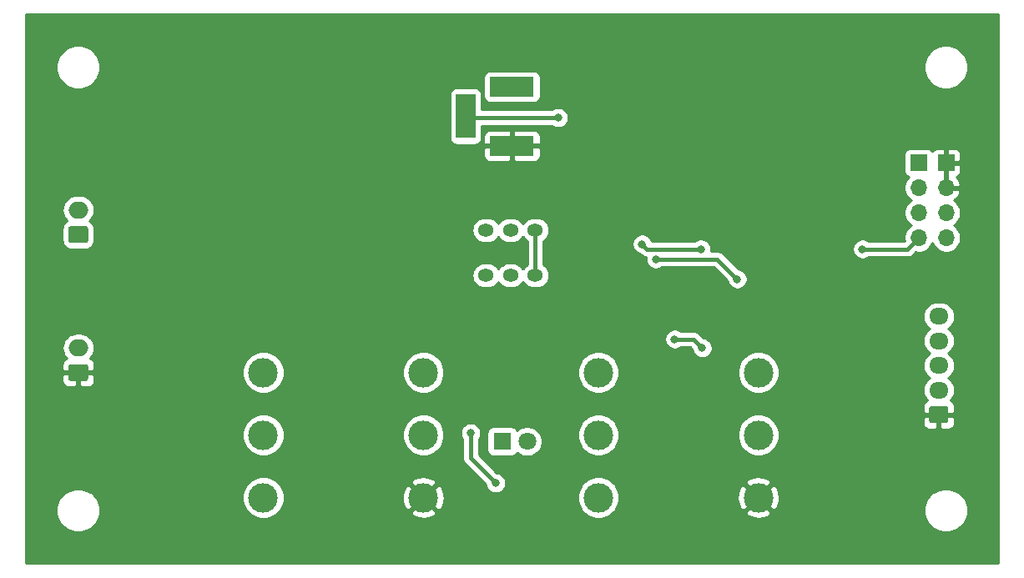
<source format=gbr>
G04 #@! TF.GenerationSoftware,KiCad,Pcbnew,(5.1.5)-3*
G04 #@! TF.CreationDate,2021-02-01T17:37:08+01:00*
G04 #@! TF.ProjectId,Prototype Board,50726f74-6f74-4797-9065-20426f617264,rev?*
G04 #@! TF.SameCoordinates,Original*
G04 #@! TF.FileFunction,Copper,L2,Bot*
G04 #@! TF.FilePolarity,Positive*
%FSLAX46Y46*%
G04 Gerber Fmt 4.6, Leading zero omitted, Abs format (unit mm)*
G04 Created by KiCad (PCBNEW (5.1.5)-3) date 2021-02-01 17:37:08*
%MOMM*%
%LPD*%
G04 APERTURE LIST*
%ADD10R,2.000000X4.500000*%
%ADD11R,4.500000X2.000000*%
%ADD12O,1.600000X1.300000*%
%ADD13O,1.700000X1.700000*%
%ADD14R,1.700000X1.700000*%
%ADD15C,3.000000*%
%ADD16O,2.000000X1.700000*%
%ADD17C,0.100000*%
%ADD18O,1.950000X1.700000*%
%ADD19C,1.800000*%
%ADD20R,1.800000X1.800000*%
%ADD21C,0.800000*%
%ADD22C,0.381000*%
%ADD23C,0.254000*%
G04 APERTURE END LIST*
D10*
X145300000Y-104000000D03*
D11*
X150000000Y-107000000D03*
X150000000Y-101000000D03*
D12*
X152360000Y-115556000D03*
X149860000Y-115556000D03*
X147360000Y-115556000D03*
X152360000Y-120156000D03*
X149860000Y-120156000D03*
X147360000Y-120156000D03*
D13*
X191262000Y-116332000D03*
X191262000Y-113792000D03*
X191262000Y-111252000D03*
D14*
X191262000Y-108712000D03*
D13*
X194056000Y-116332000D03*
X194056000Y-113792000D03*
X194056000Y-111252000D03*
D14*
X194056000Y-108712000D03*
D15*
X158770000Y-130000000D03*
X158770000Y-142700000D03*
X158770000Y-136350000D03*
X175000000Y-130000000D03*
X175000000Y-142700000D03*
X175000000Y-136350000D03*
X124770000Y-130000000D03*
X124770000Y-142700000D03*
X124770000Y-136350000D03*
X141000000Y-130000000D03*
X141000000Y-142700000D03*
X141000000Y-136350000D03*
D16*
X106000000Y-127500000D03*
G04 #@! TA.AperFunction,ComponentPad*
D17*
G36*
X106774504Y-129151204D02*
G01*
X106798773Y-129154804D01*
X106822571Y-129160765D01*
X106845671Y-129169030D01*
X106867849Y-129179520D01*
X106888893Y-129192133D01*
X106908598Y-129206747D01*
X106926777Y-129223223D01*
X106943253Y-129241402D01*
X106957867Y-129261107D01*
X106970480Y-129282151D01*
X106980970Y-129304329D01*
X106989235Y-129327429D01*
X106995196Y-129351227D01*
X106998796Y-129375496D01*
X107000000Y-129400000D01*
X107000000Y-130600000D01*
X106998796Y-130624504D01*
X106995196Y-130648773D01*
X106989235Y-130672571D01*
X106980970Y-130695671D01*
X106970480Y-130717849D01*
X106957867Y-130738893D01*
X106943253Y-130758598D01*
X106926777Y-130776777D01*
X106908598Y-130793253D01*
X106888893Y-130807867D01*
X106867849Y-130820480D01*
X106845671Y-130830970D01*
X106822571Y-130839235D01*
X106798773Y-130845196D01*
X106774504Y-130848796D01*
X106750000Y-130850000D01*
X105250000Y-130850000D01*
X105225496Y-130848796D01*
X105201227Y-130845196D01*
X105177429Y-130839235D01*
X105154329Y-130830970D01*
X105132151Y-130820480D01*
X105111107Y-130807867D01*
X105091402Y-130793253D01*
X105073223Y-130776777D01*
X105056747Y-130758598D01*
X105042133Y-130738893D01*
X105029520Y-130717849D01*
X105019030Y-130695671D01*
X105010765Y-130672571D01*
X105004804Y-130648773D01*
X105001204Y-130624504D01*
X105000000Y-130600000D01*
X105000000Y-129400000D01*
X105001204Y-129375496D01*
X105004804Y-129351227D01*
X105010765Y-129327429D01*
X105019030Y-129304329D01*
X105029520Y-129282151D01*
X105042133Y-129261107D01*
X105056747Y-129241402D01*
X105073223Y-129223223D01*
X105091402Y-129206747D01*
X105111107Y-129192133D01*
X105132151Y-129179520D01*
X105154329Y-129169030D01*
X105177429Y-129160765D01*
X105201227Y-129154804D01*
X105225496Y-129151204D01*
X105250000Y-129150000D01*
X106750000Y-129150000D01*
X106774504Y-129151204D01*
G37*
G04 #@! TD.AperFunction*
D18*
X193294000Y-124286000D03*
X193294000Y-126786000D03*
X193294000Y-129286000D03*
X193294000Y-131786000D03*
G04 #@! TA.AperFunction,ComponentPad*
D17*
G36*
X194043504Y-133437204D02*
G01*
X194067773Y-133440804D01*
X194091571Y-133446765D01*
X194114671Y-133455030D01*
X194136849Y-133465520D01*
X194157893Y-133478133D01*
X194177598Y-133492747D01*
X194195777Y-133509223D01*
X194212253Y-133527402D01*
X194226867Y-133547107D01*
X194239480Y-133568151D01*
X194249970Y-133590329D01*
X194258235Y-133613429D01*
X194264196Y-133637227D01*
X194267796Y-133661496D01*
X194269000Y-133686000D01*
X194269000Y-134886000D01*
X194267796Y-134910504D01*
X194264196Y-134934773D01*
X194258235Y-134958571D01*
X194249970Y-134981671D01*
X194239480Y-135003849D01*
X194226867Y-135024893D01*
X194212253Y-135044598D01*
X194195777Y-135062777D01*
X194177598Y-135079253D01*
X194157893Y-135093867D01*
X194136849Y-135106480D01*
X194114671Y-135116970D01*
X194091571Y-135125235D01*
X194067773Y-135131196D01*
X194043504Y-135134796D01*
X194019000Y-135136000D01*
X192569000Y-135136000D01*
X192544496Y-135134796D01*
X192520227Y-135131196D01*
X192496429Y-135125235D01*
X192473329Y-135116970D01*
X192451151Y-135106480D01*
X192430107Y-135093867D01*
X192410402Y-135079253D01*
X192392223Y-135062777D01*
X192375747Y-135044598D01*
X192361133Y-135024893D01*
X192348520Y-135003849D01*
X192338030Y-134981671D01*
X192329765Y-134958571D01*
X192323804Y-134934773D01*
X192320204Y-134910504D01*
X192319000Y-134886000D01*
X192319000Y-133686000D01*
X192320204Y-133661496D01*
X192323804Y-133637227D01*
X192329765Y-133613429D01*
X192338030Y-133590329D01*
X192348520Y-133568151D01*
X192361133Y-133547107D01*
X192375747Y-133527402D01*
X192392223Y-133509223D01*
X192410402Y-133492747D01*
X192430107Y-133478133D01*
X192451151Y-133465520D01*
X192473329Y-133455030D01*
X192496429Y-133446765D01*
X192520227Y-133440804D01*
X192544496Y-133437204D01*
X192569000Y-133436000D01*
X194019000Y-133436000D01*
X194043504Y-133437204D01*
G37*
G04 #@! TD.AperFunction*
D19*
X151540000Y-137000000D03*
D20*
X149000000Y-137000000D03*
D16*
X106000000Y-113500000D03*
G04 #@! TA.AperFunction,ComponentPad*
D17*
G36*
X106774504Y-115151204D02*
G01*
X106798773Y-115154804D01*
X106822571Y-115160765D01*
X106845671Y-115169030D01*
X106867849Y-115179520D01*
X106888893Y-115192133D01*
X106908598Y-115206747D01*
X106926777Y-115223223D01*
X106943253Y-115241402D01*
X106957867Y-115261107D01*
X106970480Y-115282151D01*
X106980970Y-115304329D01*
X106989235Y-115327429D01*
X106995196Y-115351227D01*
X106998796Y-115375496D01*
X107000000Y-115400000D01*
X107000000Y-116600000D01*
X106998796Y-116624504D01*
X106995196Y-116648773D01*
X106989235Y-116672571D01*
X106980970Y-116695671D01*
X106970480Y-116717849D01*
X106957867Y-116738893D01*
X106943253Y-116758598D01*
X106926777Y-116776777D01*
X106908598Y-116793253D01*
X106888893Y-116807867D01*
X106867849Y-116820480D01*
X106845671Y-116830970D01*
X106822571Y-116839235D01*
X106798773Y-116845196D01*
X106774504Y-116848796D01*
X106750000Y-116850000D01*
X105250000Y-116850000D01*
X105225496Y-116848796D01*
X105201227Y-116845196D01*
X105177429Y-116839235D01*
X105154329Y-116830970D01*
X105132151Y-116820480D01*
X105111107Y-116807867D01*
X105091402Y-116793253D01*
X105073223Y-116776777D01*
X105056747Y-116758598D01*
X105042133Y-116738893D01*
X105029520Y-116717849D01*
X105019030Y-116695671D01*
X105010765Y-116672571D01*
X105004804Y-116648773D01*
X105001204Y-116624504D01*
X105000000Y-116600000D01*
X105000000Y-115400000D01*
X105001204Y-115375496D01*
X105004804Y-115351227D01*
X105010765Y-115327429D01*
X105019030Y-115304329D01*
X105029520Y-115282151D01*
X105042133Y-115261107D01*
X105056747Y-115241402D01*
X105073223Y-115223223D01*
X105091402Y-115206747D01*
X105111107Y-115192133D01*
X105132151Y-115179520D01*
X105154329Y-115169030D01*
X105177429Y-115160765D01*
X105201227Y-115154804D01*
X105225496Y-115151204D01*
X105250000Y-115150000D01*
X106750000Y-115150000D01*
X106774504Y-115151204D01*
G37*
G04 #@! TD.AperFunction*
D21*
X145796000Y-136144000D03*
X148336000Y-141224000D03*
X154686000Y-104140000D03*
X150368000Y-125730000D03*
X163195000Y-116967000D03*
X169164000Y-117475000D03*
X185547000Y-117475000D03*
X172847000Y-120523000D03*
X164592000Y-118491000D03*
X166497000Y-126619000D03*
X169291000Y-127508000D03*
D22*
X145796000Y-136144000D02*
X145796000Y-138684000D01*
X145796000Y-138684000D02*
X148336000Y-141224000D01*
X145440000Y-104140000D02*
X145300000Y-104000000D01*
X154686000Y-104140000D02*
X145440000Y-104140000D01*
X106000000Y-116000000D02*
X106000000Y-115996000D01*
X163195000Y-116967000D02*
X163703000Y-117475000D01*
X163703000Y-117475000D02*
X169164000Y-117475000D01*
X190119000Y-117475000D02*
X191262000Y-116332000D01*
X185547000Y-117475000D02*
X190119000Y-117475000D01*
X172847000Y-120523000D02*
X170815000Y-118491000D01*
X170815000Y-118491000D02*
X164592000Y-118491000D01*
X166497000Y-126619000D02*
X168402000Y-126619000D01*
X168402000Y-126619000D02*
X169291000Y-127508000D01*
X152360000Y-120156000D02*
X152360000Y-115556000D01*
D23*
G36*
X199340000Y-149340000D02*
G01*
X100660000Y-149340000D01*
X100660000Y-143779872D01*
X103765000Y-143779872D01*
X103765000Y-144220128D01*
X103850890Y-144651925D01*
X104019369Y-145058669D01*
X104263962Y-145424729D01*
X104575271Y-145736038D01*
X104941331Y-145980631D01*
X105348075Y-146149110D01*
X105779872Y-146235000D01*
X106220128Y-146235000D01*
X106651925Y-146149110D01*
X107058669Y-145980631D01*
X107424729Y-145736038D01*
X107736038Y-145424729D01*
X107980631Y-145058669D01*
X108149110Y-144651925D01*
X108235000Y-144220128D01*
X108235000Y-143779872D01*
X108149110Y-143348075D01*
X107980631Y-142941331D01*
X107736038Y-142575271D01*
X107650488Y-142489721D01*
X122635000Y-142489721D01*
X122635000Y-142910279D01*
X122717047Y-143322756D01*
X122877988Y-143711302D01*
X123111637Y-144060983D01*
X123409017Y-144358363D01*
X123758698Y-144592012D01*
X124147244Y-144752953D01*
X124559721Y-144835000D01*
X124980279Y-144835000D01*
X125392756Y-144752953D01*
X125781302Y-144592012D01*
X126130983Y-144358363D01*
X126297693Y-144191653D01*
X139687952Y-144191653D01*
X139843962Y-144507214D01*
X140218745Y-144698020D01*
X140623551Y-144812044D01*
X141042824Y-144844902D01*
X141460451Y-144795334D01*
X141860383Y-144665243D01*
X142156038Y-144507214D01*
X142312048Y-144191653D01*
X141000000Y-142879605D01*
X139687952Y-144191653D01*
X126297693Y-144191653D01*
X126428363Y-144060983D01*
X126662012Y-143711302D01*
X126822953Y-143322756D01*
X126905000Y-142910279D01*
X126905000Y-142742824D01*
X138855098Y-142742824D01*
X138904666Y-143160451D01*
X139034757Y-143560383D01*
X139192786Y-143856038D01*
X139508347Y-144012048D01*
X140820395Y-142700000D01*
X141179605Y-142700000D01*
X142491653Y-144012048D01*
X142807214Y-143856038D01*
X142998020Y-143481255D01*
X143112044Y-143076449D01*
X143144902Y-142657176D01*
X143125027Y-142489721D01*
X156635000Y-142489721D01*
X156635000Y-142910279D01*
X156717047Y-143322756D01*
X156877988Y-143711302D01*
X157111637Y-144060983D01*
X157409017Y-144358363D01*
X157758698Y-144592012D01*
X158147244Y-144752953D01*
X158559721Y-144835000D01*
X158980279Y-144835000D01*
X159392756Y-144752953D01*
X159781302Y-144592012D01*
X160130983Y-144358363D01*
X160297693Y-144191653D01*
X173687952Y-144191653D01*
X173843962Y-144507214D01*
X174218745Y-144698020D01*
X174623551Y-144812044D01*
X175042824Y-144844902D01*
X175460451Y-144795334D01*
X175860383Y-144665243D01*
X176156038Y-144507214D01*
X176312048Y-144191653D01*
X175000000Y-142879605D01*
X173687952Y-144191653D01*
X160297693Y-144191653D01*
X160428363Y-144060983D01*
X160662012Y-143711302D01*
X160822953Y-143322756D01*
X160905000Y-142910279D01*
X160905000Y-142742824D01*
X172855098Y-142742824D01*
X172904666Y-143160451D01*
X173034757Y-143560383D01*
X173192786Y-143856038D01*
X173508347Y-144012048D01*
X174820395Y-142700000D01*
X175179605Y-142700000D01*
X176491653Y-144012048D01*
X176807214Y-143856038D01*
X176845990Y-143779872D01*
X191765000Y-143779872D01*
X191765000Y-144220128D01*
X191850890Y-144651925D01*
X192019369Y-145058669D01*
X192263962Y-145424729D01*
X192575271Y-145736038D01*
X192941331Y-145980631D01*
X193348075Y-146149110D01*
X193779872Y-146235000D01*
X194220128Y-146235000D01*
X194651925Y-146149110D01*
X195058669Y-145980631D01*
X195424729Y-145736038D01*
X195736038Y-145424729D01*
X195980631Y-145058669D01*
X196149110Y-144651925D01*
X196235000Y-144220128D01*
X196235000Y-143779872D01*
X196149110Y-143348075D01*
X195980631Y-142941331D01*
X195736038Y-142575271D01*
X195424729Y-142263962D01*
X195058669Y-142019369D01*
X194651925Y-141850890D01*
X194220128Y-141765000D01*
X193779872Y-141765000D01*
X193348075Y-141850890D01*
X192941331Y-142019369D01*
X192575271Y-142263962D01*
X192263962Y-142575271D01*
X192019369Y-142941331D01*
X191850890Y-143348075D01*
X191765000Y-143779872D01*
X176845990Y-143779872D01*
X176998020Y-143481255D01*
X177112044Y-143076449D01*
X177144902Y-142657176D01*
X177095334Y-142239549D01*
X176965243Y-141839617D01*
X176807214Y-141543962D01*
X176491653Y-141387952D01*
X175179605Y-142700000D01*
X174820395Y-142700000D01*
X173508347Y-141387952D01*
X173192786Y-141543962D01*
X173001980Y-141918745D01*
X172887956Y-142323551D01*
X172855098Y-142742824D01*
X160905000Y-142742824D01*
X160905000Y-142489721D01*
X160822953Y-142077244D01*
X160662012Y-141688698D01*
X160428363Y-141339017D01*
X160297693Y-141208347D01*
X173687952Y-141208347D01*
X175000000Y-142520395D01*
X176312048Y-141208347D01*
X176156038Y-140892786D01*
X175781255Y-140701980D01*
X175376449Y-140587956D01*
X174957176Y-140555098D01*
X174539549Y-140604666D01*
X174139617Y-140734757D01*
X173843962Y-140892786D01*
X173687952Y-141208347D01*
X160297693Y-141208347D01*
X160130983Y-141041637D01*
X159781302Y-140807988D01*
X159392756Y-140647047D01*
X158980279Y-140565000D01*
X158559721Y-140565000D01*
X158147244Y-140647047D01*
X157758698Y-140807988D01*
X157409017Y-141041637D01*
X157111637Y-141339017D01*
X156877988Y-141688698D01*
X156717047Y-142077244D01*
X156635000Y-142489721D01*
X143125027Y-142489721D01*
X143095334Y-142239549D01*
X142965243Y-141839617D01*
X142807214Y-141543962D01*
X142491653Y-141387952D01*
X141179605Y-142700000D01*
X140820395Y-142700000D01*
X139508347Y-141387952D01*
X139192786Y-141543962D01*
X139001980Y-141918745D01*
X138887956Y-142323551D01*
X138855098Y-142742824D01*
X126905000Y-142742824D01*
X126905000Y-142489721D01*
X126822953Y-142077244D01*
X126662012Y-141688698D01*
X126428363Y-141339017D01*
X126297693Y-141208347D01*
X139687952Y-141208347D01*
X141000000Y-142520395D01*
X142312048Y-141208347D01*
X142156038Y-140892786D01*
X141781255Y-140701980D01*
X141376449Y-140587956D01*
X140957176Y-140555098D01*
X140539549Y-140604666D01*
X140139617Y-140734757D01*
X139843962Y-140892786D01*
X139687952Y-141208347D01*
X126297693Y-141208347D01*
X126130983Y-141041637D01*
X125781302Y-140807988D01*
X125392756Y-140647047D01*
X124980279Y-140565000D01*
X124559721Y-140565000D01*
X124147244Y-140647047D01*
X123758698Y-140807988D01*
X123409017Y-141041637D01*
X123111637Y-141339017D01*
X122877988Y-141688698D01*
X122717047Y-142077244D01*
X122635000Y-142489721D01*
X107650488Y-142489721D01*
X107424729Y-142263962D01*
X107058669Y-142019369D01*
X106651925Y-141850890D01*
X106220128Y-141765000D01*
X105779872Y-141765000D01*
X105348075Y-141850890D01*
X104941331Y-142019369D01*
X104575271Y-142263962D01*
X104263962Y-142575271D01*
X104019369Y-142941331D01*
X103850890Y-143348075D01*
X103765000Y-143779872D01*
X100660000Y-143779872D01*
X100660000Y-136139721D01*
X122635000Y-136139721D01*
X122635000Y-136560279D01*
X122717047Y-136972756D01*
X122877988Y-137361302D01*
X123111637Y-137710983D01*
X123409017Y-138008363D01*
X123758698Y-138242012D01*
X124147244Y-138402953D01*
X124559721Y-138485000D01*
X124980279Y-138485000D01*
X125392756Y-138402953D01*
X125781302Y-138242012D01*
X126130983Y-138008363D01*
X126428363Y-137710983D01*
X126662012Y-137361302D01*
X126822953Y-136972756D01*
X126905000Y-136560279D01*
X126905000Y-136139721D01*
X138865000Y-136139721D01*
X138865000Y-136560279D01*
X138947047Y-136972756D01*
X139107988Y-137361302D01*
X139341637Y-137710983D01*
X139639017Y-138008363D01*
X139988698Y-138242012D01*
X140377244Y-138402953D01*
X140789721Y-138485000D01*
X141210279Y-138485000D01*
X141622756Y-138402953D01*
X142011302Y-138242012D01*
X142360983Y-138008363D01*
X142658363Y-137710983D01*
X142892012Y-137361302D01*
X143052953Y-136972756D01*
X143135000Y-136560279D01*
X143135000Y-136139721D01*
X143115575Y-136042061D01*
X144761000Y-136042061D01*
X144761000Y-136245939D01*
X144800774Y-136445898D01*
X144878795Y-136634256D01*
X144970500Y-136771503D01*
X144970501Y-138643440D01*
X144966506Y-138684000D01*
X144982445Y-138845826D01*
X145029647Y-139001433D01*
X145106301Y-139144842D01*
X145167863Y-139219854D01*
X145209460Y-139270541D01*
X145240961Y-139296393D01*
X147308572Y-141364004D01*
X147340774Y-141525898D01*
X147418795Y-141714256D01*
X147532063Y-141883774D01*
X147676226Y-142027937D01*
X147845744Y-142141205D01*
X148034102Y-142219226D01*
X148234061Y-142259000D01*
X148437939Y-142259000D01*
X148637898Y-142219226D01*
X148826256Y-142141205D01*
X148995774Y-142027937D01*
X149139937Y-141883774D01*
X149253205Y-141714256D01*
X149331226Y-141525898D01*
X149371000Y-141325939D01*
X149371000Y-141122061D01*
X149331226Y-140922102D01*
X149253205Y-140733744D01*
X149139937Y-140564226D01*
X148995774Y-140420063D01*
X148826256Y-140306795D01*
X148637898Y-140228774D01*
X148476004Y-140196572D01*
X146621500Y-138342068D01*
X146621500Y-136771503D01*
X146713205Y-136634256D01*
X146791226Y-136445898D01*
X146831000Y-136245939D01*
X146831000Y-136100000D01*
X147461928Y-136100000D01*
X147461928Y-137900000D01*
X147474188Y-138024482D01*
X147510498Y-138144180D01*
X147569463Y-138254494D01*
X147648815Y-138351185D01*
X147745506Y-138430537D01*
X147855820Y-138489502D01*
X147975518Y-138525812D01*
X148100000Y-138538072D01*
X149900000Y-138538072D01*
X150024482Y-138525812D01*
X150144180Y-138489502D01*
X150254494Y-138430537D01*
X150351185Y-138351185D01*
X150430537Y-138254494D01*
X150489502Y-138144180D01*
X150495056Y-138125873D01*
X150561495Y-138192312D01*
X150812905Y-138360299D01*
X151092257Y-138476011D01*
X151388816Y-138535000D01*
X151691184Y-138535000D01*
X151987743Y-138476011D01*
X152267095Y-138360299D01*
X152518505Y-138192312D01*
X152732312Y-137978505D01*
X152900299Y-137727095D01*
X153016011Y-137447743D01*
X153075000Y-137151184D01*
X153075000Y-136848816D01*
X153016011Y-136552257D01*
X152900299Y-136272905D01*
X152811309Y-136139721D01*
X156635000Y-136139721D01*
X156635000Y-136560279D01*
X156717047Y-136972756D01*
X156877988Y-137361302D01*
X157111637Y-137710983D01*
X157409017Y-138008363D01*
X157758698Y-138242012D01*
X158147244Y-138402953D01*
X158559721Y-138485000D01*
X158980279Y-138485000D01*
X159392756Y-138402953D01*
X159781302Y-138242012D01*
X160130983Y-138008363D01*
X160428363Y-137710983D01*
X160662012Y-137361302D01*
X160822953Y-136972756D01*
X160905000Y-136560279D01*
X160905000Y-136139721D01*
X172865000Y-136139721D01*
X172865000Y-136560279D01*
X172947047Y-136972756D01*
X173107988Y-137361302D01*
X173341637Y-137710983D01*
X173639017Y-138008363D01*
X173988698Y-138242012D01*
X174377244Y-138402953D01*
X174789721Y-138485000D01*
X175210279Y-138485000D01*
X175622756Y-138402953D01*
X176011302Y-138242012D01*
X176360983Y-138008363D01*
X176658363Y-137710983D01*
X176892012Y-137361302D01*
X177052953Y-136972756D01*
X177135000Y-136560279D01*
X177135000Y-136139721D01*
X177052953Y-135727244D01*
X176892012Y-135338698D01*
X176756574Y-135136000D01*
X191680928Y-135136000D01*
X191693188Y-135260482D01*
X191729498Y-135380180D01*
X191788463Y-135490494D01*
X191867815Y-135587185D01*
X191964506Y-135666537D01*
X192074820Y-135725502D01*
X192194518Y-135761812D01*
X192319000Y-135774072D01*
X193008250Y-135771000D01*
X193167000Y-135612250D01*
X193167000Y-134413000D01*
X193421000Y-134413000D01*
X193421000Y-135612250D01*
X193579750Y-135771000D01*
X194269000Y-135774072D01*
X194393482Y-135761812D01*
X194513180Y-135725502D01*
X194623494Y-135666537D01*
X194720185Y-135587185D01*
X194799537Y-135490494D01*
X194858502Y-135380180D01*
X194894812Y-135260482D01*
X194907072Y-135136000D01*
X194904000Y-134571750D01*
X194745250Y-134413000D01*
X193421000Y-134413000D01*
X193167000Y-134413000D01*
X191842750Y-134413000D01*
X191684000Y-134571750D01*
X191680928Y-135136000D01*
X176756574Y-135136000D01*
X176658363Y-134989017D01*
X176360983Y-134691637D01*
X176011302Y-134457988D01*
X175622756Y-134297047D01*
X175210279Y-134215000D01*
X174789721Y-134215000D01*
X174377244Y-134297047D01*
X173988698Y-134457988D01*
X173639017Y-134691637D01*
X173341637Y-134989017D01*
X173107988Y-135338698D01*
X172947047Y-135727244D01*
X172865000Y-136139721D01*
X160905000Y-136139721D01*
X160822953Y-135727244D01*
X160662012Y-135338698D01*
X160428363Y-134989017D01*
X160130983Y-134691637D01*
X159781302Y-134457988D01*
X159392756Y-134297047D01*
X158980279Y-134215000D01*
X158559721Y-134215000D01*
X158147244Y-134297047D01*
X157758698Y-134457988D01*
X157409017Y-134691637D01*
X157111637Y-134989017D01*
X156877988Y-135338698D01*
X156717047Y-135727244D01*
X156635000Y-136139721D01*
X152811309Y-136139721D01*
X152732312Y-136021495D01*
X152518505Y-135807688D01*
X152267095Y-135639701D01*
X151987743Y-135523989D01*
X151691184Y-135465000D01*
X151388816Y-135465000D01*
X151092257Y-135523989D01*
X150812905Y-135639701D01*
X150561495Y-135807688D01*
X150495056Y-135874127D01*
X150489502Y-135855820D01*
X150430537Y-135745506D01*
X150351185Y-135648815D01*
X150254494Y-135569463D01*
X150144180Y-135510498D01*
X150024482Y-135474188D01*
X149900000Y-135461928D01*
X148100000Y-135461928D01*
X147975518Y-135474188D01*
X147855820Y-135510498D01*
X147745506Y-135569463D01*
X147648815Y-135648815D01*
X147569463Y-135745506D01*
X147510498Y-135855820D01*
X147474188Y-135975518D01*
X147461928Y-136100000D01*
X146831000Y-136100000D01*
X146831000Y-136042061D01*
X146791226Y-135842102D01*
X146713205Y-135653744D01*
X146599937Y-135484226D01*
X146455774Y-135340063D01*
X146286256Y-135226795D01*
X146097898Y-135148774D01*
X145897939Y-135109000D01*
X145694061Y-135109000D01*
X145494102Y-135148774D01*
X145305744Y-135226795D01*
X145136226Y-135340063D01*
X144992063Y-135484226D01*
X144878795Y-135653744D01*
X144800774Y-135842102D01*
X144761000Y-136042061D01*
X143115575Y-136042061D01*
X143052953Y-135727244D01*
X142892012Y-135338698D01*
X142658363Y-134989017D01*
X142360983Y-134691637D01*
X142011302Y-134457988D01*
X141622756Y-134297047D01*
X141210279Y-134215000D01*
X140789721Y-134215000D01*
X140377244Y-134297047D01*
X139988698Y-134457988D01*
X139639017Y-134691637D01*
X139341637Y-134989017D01*
X139107988Y-135338698D01*
X138947047Y-135727244D01*
X138865000Y-136139721D01*
X126905000Y-136139721D01*
X126822953Y-135727244D01*
X126662012Y-135338698D01*
X126428363Y-134989017D01*
X126130983Y-134691637D01*
X125781302Y-134457988D01*
X125392756Y-134297047D01*
X124980279Y-134215000D01*
X124559721Y-134215000D01*
X124147244Y-134297047D01*
X123758698Y-134457988D01*
X123409017Y-134691637D01*
X123111637Y-134989017D01*
X122877988Y-135338698D01*
X122717047Y-135727244D01*
X122635000Y-136139721D01*
X100660000Y-136139721D01*
X100660000Y-130850000D01*
X104361928Y-130850000D01*
X104374188Y-130974482D01*
X104410498Y-131094180D01*
X104469463Y-131204494D01*
X104548815Y-131301185D01*
X104645506Y-131380537D01*
X104755820Y-131439502D01*
X104875518Y-131475812D01*
X105000000Y-131488072D01*
X105714250Y-131485000D01*
X105873000Y-131326250D01*
X105873000Y-130127000D01*
X106127000Y-130127000D01*
X106127000Y-131326250D01*
X106285750Y-131485000D01*
X107000000Y-131488072D01*
X107124482Y-131475812D01*
X107244180Y-131439502D01*
X107354494Y-131380537D01*
X107451185Y-131301185D01*
X107530537Y-131204494D01*
X107589502Y-131094180D01*
X107625812Y-130974482D01*
X107638072Y-130850000D01*
X107635000Y-130285750D01*
X107476250Y-130127000D01*
X106127000Y-130127000D01*
X105873000Y-130127000D01*
X104523750Y-130127000D01*
X104365000Y-130285750D01*
X104361928Y-130850000D01*
X100660000Y-130850000D01*
X100660000Y-127500000D01*
X104357815Y-127500000D01*
X104386487Y-127791111D01*
X104471401Y-128071034D01*
X104609294Y-128329014D01*
X104790608Y-128549945D01*
X104755820Y-128560498D01*
X104645506Y-128619463D01*
X104548815Y-128698815D01*
X104469463Y-128795506D01*
X104410498Y-128905820D01*
X104374188Y-129025518D01*
X104361928Y-129150000D01*
X104365000Y-129714250D01*
X104523750Y-129873000D01*
X105873000Y-129873000D01*
X105873000Y-129853000D01*
X106127000Y-129853000D01*
X106127000Y-129873000D01*
X107476250Y-129873000D01*
X107559529Y-129789721D01*
X122635000Y-129789721D01*
X122635000Y-130210279D01*
X122717047Y-130622756D01*
X122877988Y-131011302D01*
X123111637Y-131360983D01*
X123409017Y-131658363D01*
X123758698Y-131892012D01*
X124147244Y-132052953D01*
X124559721Y-132135000D01*
X124980279Y-132135000D01*
X125392756Y-132052953D01*
X125781302Y-131892012D01*
X126130983Y-131658363D01*
X126428363Y-131360983D01*
X126662012Y-131011302D01*
X126822953Y-130622756D01*
X126905000Y-130210279D01*
X126905000Y-129789721D01*
X138865000Y-129789721D01*
X138865000Y-130210279D01*
X138947047Y-130622756D01*
X139107988Y-131011302D01*
X139341637Y-131360983D01*
X139639017Y-131658363D01*
X139988698Y-131892012D01*
X140377244Y-132052953D01*
X140789721Y-132135000D01*
X141210279Y-132135000D01*
X141622756Y-132052953D01*
X142011302Y-131892012D01*
X142360983Y-131658363D01*
X142658363Y-131360983D01*
X142892012Y-131011302D01*
X143052953Y-130622756D01*
X143135000Y-130210279D01*
X143135000Y-129789721D01*
X156635000Y-129789721D01*
X156635000Y-130210279D01*
X156717047Y-130622756D01*
X156877988Y-131011302D01*
X157111637Y-131360983D01*
X157409017Y-131658363D01*
X157758698Y-131892012D01*
X158147244Y-132052953D01*
X158559721Y-132135000D01*
X158980279Y-132135000D01*
X159392756Y-132052953D01*
X159781302Y-131892012D01*
X160130983Y-131658363D01*
X160428363Y-131360983D01*
X160662012Y-131011302D01*
X160822953Y-130622756D01*
X160905000Y-130210279D01*
X160905000Y-129789721D01*
X172865000Y-129789721D01*
X172865000Y-130210279D01*
X172947047Y-130622756D01*
X173107988Y-131011302D01*
X173341637Y-131360983D01*
X173639017Y-131658363D01*
X173988698Y-131892012D01*
X174377244Y-132052953D01*
X174789721Y-132135000D01*
X175210279Y-132135000D01*
X175622756Y-132052953D01*
X176011302Y-131892012D01*
X176360983Y-131658363D01*
X176658363Y-131360983D01*
X176892012Y-131011302D01*
X177052953Y-130622756D01*
X177135000Y-130210279D01*
X177135000Y-129789721D01*
X177052953Y-129377244D01*
X176892012Y-128988698D01*
X176658363Y-128639017D01*
X176360983Y-128341637D01*
X176011302Y-128107988D01*
X175622756Y-127947047D01*
X175210279Y-127865000D01*
X174789721Y-127865000D01*
X174377244Y-127947047D01*
X173988698Y-128107988D01*
X173639017Y-128341637D01*
X173341637Y-128639017D01*
X173107988Y-128988698D01*
X172947047Y-129377244D01*
X172865000Y-129789721D01*
X160905000Y-129789721D01*
X160822953Y-129377244D01*
X160662012Y-128988698D01*
X160428363Y-128639017D01*
X160130983Y-128341637D01*
X159781302Y-128107988D01*
X159392756Y-127947047D01*
X158980279Y-127865000D01*
X158559721Y-127865000D01*
X158147244Y-127947047D01*
X157758698Y-128107988D01*
X157409017Y-128341637D01*
X157111637Y-128639017D01*
X156877988Y-128988698D01*
X156717047Y-129377244D01*
X156635000Y-129789721D01*
X143135000Y-129789721D01*
X143052953Y-129377244D01*
X142892012Y-128988698D01*
X142658363Y-128639017D01*
X142360983Y-128341637D01*
X142011302Y-128107988D01*
X141622756Y-127947047D01*
X141210279Y-127865000D01*
X140789721Y-127865000D01*
X140377244Y-127947047D01*
X139988698Y-128107988D01*
X139639017Y-128341637D01*
X139341637Y-128639017D01*
X139107988Y-128988698D01*
X138947047Y-129377244D01*
X138865000Y-129789721D01*
X126905000Y-129789721D01*
X126822953Y-129377244D01*
X126662012Y-128988698D01*
X126428363Y-128639017D01*
X126130983Y-128341637D01*
X125781302Y-128107988D01*
X125392756Y-127947047D01*
X124980279Y-127865000D01*
X124559721Y-127865000D01*
X124147244Y-127947047D01*
X123758698Y-128107988D01*
X123409017Y-128341637D01*
X123111637Y-128639017D01*
X122877988Y-128988698D01*
X122717047Y-129377244D01*
X122635000Y-129789721D01*
X107559529Y-129789721D01*
X107635000Y-129714250D01*
X107638072Y-129150000D01*
X107625812Y-129025518D01*
X107589502Y-128905820D01*
X107530537Y-128795506D01*
X107451185Y-128698815D01*
X107354494Y-128619463D01*
X107244180Y-128560498D01*
X107209392Y-128549945D01*
X107390706Y-128329014D01*
X107528599Y-128071034D01*
X107613513Y-127791111D01*
X107642185Y-127500000D01*
X107613513Y-127208889D01*
X107528599Y-126928966D01*
X107390706Y-126670986D01*
X107264383Y-126517061D01*
X165462000Y-126517061D01*
X165462000Y-126720939D01*
X165501774Y-126920898D01*
X165579795Y-127109256D01*
X165693063Y-127278774D01*
X165837226Y-127422937D01*
X166006744Y-127536205D01*
X166195102Y-127614226D01*
X166395061Y-127654000D01*
X166598939Y-127654000D01*
X166798898Y-127614226D01*
X166987256Y-127536205D01*
X167124503Y-127444500D01*
X168060067Y-127444500D01*
X168263572Y-127648005D01*
X168295774Y-127809898D01*
X168373795Y-127998256D01*
X168487063Y-128167774D01*
X168631226Y-128311937D01*
X168800744Y-128425205D01*
X168989102Y-128503226D01*
X169189061Y-128543000D01*
X169392939Y-128543000D01*
X169592898Y-128503226D01*
X169781256Y-128425205D01*
X169950774Y-128311937D01*
X170094937Y-128167774D01*
X170208205Y-127998256D01*
X170286226Y-127809898D01*
X170326000Y-127609939D01*
X170326000Y-127406061D01*
X170286226Y-127206102D01*
X170208205Y-127017744D01*
X170094937Y-126848226D01*
X169950774Y-126704063D01*
X169781256Y-126590795D01*
X169592898Y-126512774D01*
X169431005Y-126480572D01*
X169014397Y-126063965D01*
X168988541Y-126032459D01*
X168862842Y-125929301D01*
X168719434Y-125852647D01*
X168563826Y-125805444D01*
X168442553Y-125793500D01*
X168442550Y-125793500D01*
X168402000Y-125789506D01*
X168361450Y-125793500D01*
X167124503Y-125793500D01*
X166987256Y-125701795D01*
X166798898Y-125623774D01*
X166598939Y-125584000D01*
X166395061Y-125584000D01*
X166195102Y-125623774D01*
X166006744Y-125701795D01*
X165837226Y-125815063D01*
X165693063Y-125959226D01*
X165579795Y-126128744D01*
X165501774Y-126317102D01*
X165462000Y-126517061D01*
X107264383Y-126517061D01*
X107205134Y-126444866D01*
X106979014Y-126259294D01*
X106721034Y-126121401D01*
X106441111Y-126036487D01*
X106222950Y-126015000D01*
X105777050Y-126015000D01*
X105558889Y-126036487D01*
X105278966Y-126121401D01*
X105020986Y-126259294D01*
X104794866Y-126444866D01*
X104609294Y-126670986D01*
X104471401Y-126928966D01*
X104386487Y-127208889D01*
X104357815Y-127500000D01*
X100660000Y-127500000D01*
X100660000Y-124286000D01*
X191676815Y-124286000D01*
X191705487Y-124577111D01*
X191790401Y-124857034D01*
X191928294Y-125115014D01*
X192113866Y-125341134D01*
X192339986Y-125526706D01*
X192357374Y-125536000D01*
X192339986Y-125545294D01*
X192113866Y-125730866D01*
X191928294Y-125956986D01*
X191790401Y-126214966D01*
X191705487Y-126494889D01*
X191676815Y-126786000D01*
X191705487Y-127077111D01*
X191790401Y-127357034D01*
X191928294Y-127615014D01*
X192113866Y-127841134D01*
X192339986Y-128026706D01*
X192357374Y-128036000D01*
X192339986Y-128045294D01*
X192113866Y-128230866D01*
X191928294Y-128456986D01*
X191790401Y-128714966D01*
X191705487Y-128994889D01*
X191676815Y-129286000D01*
X191705487Y-129577111D01*
X191790401Y-129857034D01*
X191928294Y-130115014D01*
X192113866Y-130341134D01*
X192339986Y-130526706D01*
X192357374Y-130536000D01*
X192339986Y-130545294D01*
X192113866Y-130730866D01*
X191928294Y-130956986D01*
X191790401Y-131214966D01*
X191705487Y-131494889D01*
X191676815Y-131786000D01*
X191705487Y-132077111D01*
X191790401Y-132357034D01*
X191928294Y-132615014D01*
X192109608Y-132835945D01*
X192074820Y-132846498D01*
X191964506Y-132905463D01*
X191867815Y-132984815D01*
X191788463Y-133081506D01*
X191729498Y-133191820D01*
X191693188Y-133311518D01*
X191680928Y-133436000D01*
X191684000Y-134000250D01*
X191842750Y-134159000D01*
X193167000Y-134159000D01*
X193167000Y-134139000D01*
X193421000Y-134139000D01*
X193421000Y-134159000D01*
X194745250Y-134159000D01*
X194904000Y-134000250D01*
X194907072Y-133436000D01*
X194894812Y-133311518D01*
X194858502Y-133191820D01*
X194799537Y-133081506D01*
X194720185Y-132984815D01*
X194623494Y-132905463D01*
X194513180Y-132846498D01*
X194478392Y-132835945D01*
X194659706Y-132615014D01*
X194797599Y-132357034D01*
X194882513Y-132077111D01*
X194911185Y-131786000D01*
X194882513Y-131494889D01*
X194797599Y-131214966D01*
X194659706Y-130956986D01*
X194474134Y-130730866D01*
X194248014Y-130545294D01*
X194230626Y-130536000D01*
X194248014Y-130526706D01*
X194474134Y-130341134D01*
X194659706Y-130115014D01*
X194797599Y-129857034D01*
X194882513Y-129577111D01*
X194911185Y-129286000D01*
X194882513Y-128994889D01*
X194797599Y-128714966D01*
X194659706Y-128456986D01*
X194474134Y-128230866D01*
X194248014Y-128045294D01*
X194230626Y-128036000D01*
X194248014Y-128026706D01*
X194474134Y-127841134D01*
X194659706Y-127615014D01*
X194797599Y-127357034D01*
X194882513Y-127077111D01*
X194911185Y-126786000D01*
X194882513Y-126494889D01*
X194797599Y-126214966D01*
X194659706Y-125956986D01*
X194474134Y-125730866D01*
X194248014Y-125545294D01*
X194230626Y-125536000D01*
X194248014Y-125526706D01*
X194474134Y-125341134D01*
X194659706Y-125115014D01*
X194797599Y-124857034D01*
X194882513Y-124577111D01*
X194911185Y-124286000D01*
X194882513Y-123994889D01*
X194797599Y-123714966D01*
X194659706Y-123456986D01*
X194474134Y-123230866D01*
X194248014Y-123045294D01*
X193990034Y-122907401D01*
X193710111Y-122822487D01*
X193491950Y-122801000D01*
X193096050Y-122801000D01*
X192877889Y-122822487D01*
X192597966Y-122907401D01*
X192339986Y-123045294D01*
X192113866Y-123230866D01*
X191928294Y-123456986D01*
X191790401Y-123714966D01*
X191705487Y-123994889D01*
X191676815Y-124286000D01*
X100660000Y-124286000D01*
X100660000Y-113500000D01*
X104357815Y-113500000D01*
X104386487Y-113791111D01*
X104471401Y-114071034D01*
X104609294Y-114329014D01*
X104794866Y-114555134D01*
X104858337Y-114607223D01*
X104756614Y-114661595D01*
X104622038Y-114772038D01*
X104511595Y-114906614D01*
X104429528Y-115060150D01*
X104378992Y-115226746D01*
X104361928Y-115400000D01*
X104361928Y-116600000D01*
X104378992Y-116773254D01*
X104429528Y-116939850D01*
X104511595Y-117093386D01*
X104622038Y-117227962D01*
X104756614Y-117338405D01*
X104910150Y-117420472D01*
X105076746Y-117471008D01*
X105250000Y-117488072D01*
X106750000Y-117488072D01*
X106923254Y-117471008D01*
X107089850Y-117420472D01*
X107243386Y-117338405D01*
X107377962Y-117227962D01*
X107488405Y-117093386D01*
X107570472Y-116939850D01*
X107621008Y-116773254D01*
X107638072Y-116600000D01*
X107638072Y-115556000D01*
X145918783Y-115556000D01*
X145943593Y-115807904D01*
X146017071Y-116050127D01*
X146136392Y-116273362D01*
X146296972Y-116469028D01*
X146492638Y-116629608D01*
X146715873Y-116748929D01*
X146958096Y-116822407D01*
X147146877Y-116841000D01*
X147573123Y-116841000D01*
X147761904Y-116822407D01*
X148004127Y-116748929D01*
X148227362Y-116629608D01*
X148423028Y-116469028D01*
X148583608Y-116273362D01*
X148610000Y-116223986D01*
X148636392Y-116273362D01*
X148796972Y-116469028D01*
X148992638Y-116629608D01*
X149215873Y-116748929D01*
X149458096Y-116822407D01*
X149646877Y-116841000D01*
X150073123Y-116841000D01*
X150261904Y-116822407D01*
X150504127Y-116748929D01*
X150727362Y-116629608D01*
X150923028Y-116469028D01*
X151083608Y-116273362D01*
X151110000Y-116223986D01*
X151136392Y-116273362D01*
X151296972Y-116469028D01*
X151492638Y-116629608D01*
X151534501Y-116651984D01*
X151534500Y-119060016D01*
X151492638Y-119082392D01*
X151296972Y-119242972D01*
X151136392Y-119438638D01*
X151110000Y-119488014D01*
X151083608Y-119438638D01*
X150923028Y-119242972D01*
X150727362Y-119082392D01*
X150504127Y-118963071D01*
X150261904Y-118889593D01*
X150073123Y-118871000D01*
X149646877Y-118871000D01*
X149458096Y-118889593D01*
X149215873Y-118963071D01*
X148992638Y-119082392D01*
X148796972Y-119242972D01*
X148636392Y-119438638D01*
X148610000Y-119488014D01*
X148583608Y-119438638D01*
X148423028Y-119242972D01*
X148227362Y-119082392D01*
X148004127Y-118963071D01*
X147761904Y-118889593D01*
X147573123Y-118871000D01*
X147146877Y-118871000D01*
X146958096Y-118889593D01*
X146715873Y-118963071D01*
X146492638Y-119082392D01*
X146296972Y-119242972D01*
X146136392Y-119438638D01*
X146017071Y-119661873D01*
X145943593Y-119904096D01*
X145918783Y-120156000D01*
X145943593Y-120407904D01*
X146017071Y-120650127D01*
X146136392Y-120873362D01*
X146296972Y-121069028D01*
X146492638Y-121229608D01*
X146715873Y-121348929D01*
X146958096Y-121422407D01*
X147146877Y-121441000D01*
X147573123Y-121441000D01*
X147761904Y-121422407D01*
X148004127Y-121348929D01*
X148227362Y-121229608D01*
X148423028Y-121069028D01*
X148583608Y-120873362D01*
X148610000Y-120823986D01*
X148636392Y-120873362D01*
X148796972Y-121069028D01*
X148992638Y-121229608D01*
X149215873Y-121348929D01*
X149458096Y-121422407D01*
X149646877Y-121441000D01*
X150073123Y-121441000D01*
X150261904Y-121422407D01*
X150504127Y-121348929D01*
X150727362Y-121229608D01*
X150923028Y-121069028D01*
X151083608Y-120873362D01*
X151110000Y-120823986D01*
X151136392Y-120873362D01*
X151296972Y-121069028D01*
X151492638Y-121229608D01*
X151715873Y-121348929D01*
X151958096Y-121422407D01*
X152146877Y-121441000D01*
X152573123Y-121441000D01*
X152761904Y-121422407D01*
X153004127Y-121348929D01*
X153227362Y-121229608D01*
X153423028Y-121069028D01*
X153583608Y-120873362D01*
X153702929Y-120650127D01*
X153776407Y-120407904D01*
X153801217Y-120156000D01*
X153776407Y-119904096D01*
X153702929Y-119661873D01*
X153583608Y-119438638D01*
X153423028Y-119242972D01*
X153227362Y-119082392D01*
X153185500Y-119060016D01*
X153185500Y-116865061D01*
X162160000Y-116865061D01*
X162160000Y-117068939D01*
X162199774Y-117268898D01*
X162277795Y-117457256D01*
X162391063Y-117626774D01*
X162535226Y-117770937D01*
X162704744Y-117884205D01*
X162893102Y-117962226D01*
X163054997Y-117994429D01*
X163090602Y-118030034D01*
X163116459Y-118061541D01*
X163205694Y-118134774D01*
X163242156Y-118164698D01*
X163242158Y-118164699D01*
X163385566Y-118241353D01*
X163541174Y-118288556D01*
X163576303Y-118292016D01*
X163557000Y-118389061D01*
X163557000Y-118592939D01*
X163596774Y-118792898D01*
X163674795Y-118981256D01*
X163788063Y-119150774D01*
X163932226Y-119294937D01*
X164101744Y-119408205D01*
X164290102Y-119486226D01*
X164490061Y-119526000D01*
X164693939Y-119526000D01*
X164893898Y-119486226D01*
X165082256Y-119408205D01*
X165219503Y-119316500D01*
X170473068Y-119316500D01*
X171819572Y-120663004D01*
X171851774Y-120824898D01*
X171929795Y-121013256D01*
X172043063Y-121182774D01*
X172187226Y-121326937D01*
X172356744Y-121440205D01*
X172545102Y-121518226D01*
X172745061Y-121558000D01*
X172948939Y-121558000D01*
X173148898Y-121518226D01*
X173337256Y-121440205D01*
X173506774Y-121326937D01*
X173650937Y-121182774D01*
X173764205Y-121013256D01*
X173842226Y-120824898D01*
X173882000Y-120624939D01*
X173882000Y-120421061D01*
X173842226Y-120221102D01*
X173764205Y-120032744D01*
X173650937Y-119863226D01*
X173506774Y-119719063D01*
X173337256Y-119605795D01*
X173148898Y-119527774D01*
X172987004Y-119495572D01*
X171427398Y-117935966D01*
X171401541Y-117904459D01*
X171275842Y-117801301D01*
X171132434Y-117724647D01*
X170976826Y-117677444D01*
X170855553Y-117665500D01*
X170855550Y-117665500D01*
X170815000Y-117661506D01*
X170774450Y-117665500D01*
X170181384Y-117665500D01*
X170199000Y-117576939D01*
X170199000Y-117373061D01*
X184512000Y-117373061D01*
X184512000Y-117576939D01*
X184551774Y-117776898D01*
X184629795Y-117965256D01*
X184743063Y-118134774D01*
X184887226Y-118278937D01*
X185056744Y-118392205D01*
X185245102Y-118470226D01*
X185445061Y-118510000D01*
X185648939Y-118510000D01*
X185848898Y-118470226D01*
X186037256Y-118392205D01*
X186174503Y-118300500D01*
X190078450Y-118300500D01*
X190119000Y-118304494D01*
X190159550Y-118300500D01*
X190159553Y-118300500D01*
X190280826Y-118288556D01*
X190436434Y-118241353D01*
X190579842Y-118164699D01*
X190705541Y-118061541D01*
X190731398Y-118030034D01*
X190972854Y-117788578D01*
X191115740Y-117817000D01*
X191408260Y-117817000D01*
X191695158Y-117759932D01*
X191965411Y-117647990D01*
X192208632Y-117485475D01*
X192415475Y-117278632D01*
X192577990Y-117035411D01*
X192659000Y-116839835D01*
X192740010Y-117035411D01*
X192902525Y-117278632D01*
X193109368Y-117485475D01*
X193352589Y-117647990D01*
X193622842Y-117759932D01*
X193909740Y-117817000D01*
X194202260Y-117817000D01*
X194489158Y-117759932D01*
X194759411Y-117647990D01*
X195002632Y-117485475D01*
X195209475Y-117278632D01*
X195371990Y-117035411D01*
X195483932Y-116765158D01*
X195541000Y-116478260D01*
X195541000Y-116185740D01*
X195483932Y-115898842D01*
X195371990Y-115628589D01*
X195209475Y-115385368D01*
X195002632Y-115178525D01*
X194828240Y-115062000D01*
X195002632Y-114945475D01*
X195209475Y-114738632D01*
X195371990Y-114495411D01*
X195483932Y-114225158D01*
X195541000Y-113938260D01*
X195541000Y-113645740D01*
X195483932Y-113358842D01*
X195371990Y-113088589D01*
X195209475Y-112845368D01*
X195002632Y-112638525D01*
X194820466Y-112516805D01*
X194937355Y-112447178D01*
X195153588Y-112252269D01*
X195327641Y-112018920D01*
X195452825Y-111756099D01*
X195497476Y-111608890D01*
X195376155Y-111379000D01*
X194183000Y-111379000D01*
X194183000Y-111399000D01*
X193929000Y-111399000D01*
X193929000Y-111379000D01*
X193909000Y-111379000D01*
X193909000Y-111125000D01*
X193929000Y-111125000D01*
X193929000Y-108839000D01*
X194183000Y-108839000D01*
X194183000Y-111125000D01*
X195376155Y-111125000D01*
X195497476Y-110895110D01*
X195452825Y-110747901D01*
X195327641Y-110485080D01*
X195153588Y-110251731D01*
X195069534Y-110175966D01*
X195150180Y-110151502D01*
X195260494Y-110092537D01*
X195357185Y-110013185D01*
X195436537Y-109916494D01*
X195495502Y-109806180D01*
X195531812Y-109686482D01*
X195544072Y-109562000D01*
X195541000Y-108997750D01*
X195382250Y-108839000D01*
X194183000Y-108839000D01*
X193929000Y-108839000D01*
X193909000Y-108839000D01*
X193909000Y-108585000D01*
X193929000Y-108585000D01*
X193929000Y-107385750D01*
X194183000Y-107385750D01*
X194183000Y-108585000D01*
X195382250Y-108585000D01*
X195541000Y-108426250D01*
X195544072Y-107862000D01*
X195531812Y-107737518D01*
X195495502Y-107617820D01*
X195436537Y-107507506D01*
X195357185Y-107410815D01*
X195260494Y-107331463D01*
X195150180Y-107272498D01*
X195030482Y-107236188D01*
X194906000Y-107223928D01*
X194341750Y-107227000D01*
X194183000Y-107385750D01*
X193929000Y-107385750D01*
X193770250Y-107227000D01*
X193206000Y-107223928D01*
X193081518Y-107236188D01*
X192961820Y-107272498D01*
X192851506Y-107331463D01*
X192754815Y-107410815D01*
X192675463Y-107507506D01*
X192659000Y-107538306D01*
X192642537Y-107507506D01*
X192563185Y-107410815D01*
X192466494Y-107331463D01*
X192356180Y-107272498D01*
X192236482Y-107236188D01*
X192112000Y-107223928D01*
X190412000Y-107223928D01*
X190287518Y-107236188D01*
X190167820Y-107272498D01*
X190057506Y-107331463D01*
X189960815Y-107410815D01*
X189881463Y-107507506D01*
X189822498Y-107617820D01*
X189786188Y-107737518D01*
X189773928Y-107862000D01*
X189773928Y-109562000D01*
X189786188Y-109686482D01*
X189822498Y-109806180D01*
X189881463Y-109916494D01*
X189960815Y-110013185D01*
X190057506Y-110092537D01*
X190167820Y-110151502D01*
X190240380Y-110173513D01*
X190108525Y-110305368D01*
X189946010Y-110548589D01*
X189834068Y-110818842D01*
X189777000Y-111105740D01*
X189777000Y-111398260D01*
X189834068Y-111685158D01*
X189946010Y-111955411D01*
X190108525Y-112198632D01*
X190315368Y-112405475D01*
X190489760Y-112522000D01*
X190315368Y-112638525D01*
X190108525Y-112845368D01*
X189946010Y-113088589D01*
X189834068Y-113358842D01*
X189777000Y-113645740D01*
X189777000Y-113938260D01*
X189834068Y-114225158D01*
X189946010Y-114495411D01*
X190108525Y-114738632D01*
X190315368Y-114945475D01*
X190489760Y-115062000D01*
X190315368Y-115178525D01*
X190108525Y-115385368D01*
X189946010Y-115628589D01*
X189834068Y-115898842D01*
X189777000Y-116185740D01*
X189777000Y-116478260D01*
X189805422Y-116621146D01*
X189777068Y-116649500D01*
X186174503Y-116649500D01*
X186037256Y-116557795D01*
X185848898Y-116479774D01*
X185648939Y-116440000D01*
X185445061Y-116440000D01*
X185245102Y-116479774D01*
X185056744Y-116557795D01*
X184887226Y-116671063D01*
X184743063Y-116815226D01*
X184629795Y-116984744D01*
X184551774Y-117173102D01*
X184512000Y-117373061D01*
X170199000Y-117373061D01*
X170159226Y-117173102D01*
X170081205Y-116984744D01*
X169967937Y-116815226D01*
X169823774Y-116671063D01*
X169654256Y-116557795D01*
X169465898Y-116479774D01*
X169265939Y-116440000D01*
X169062061Y-116440000D01*
X168862102Y-116479774D01*
X168673744Y-116557795D01*
X168536497Y-116649500D01*
X164183763Y-116649500D01*
X164112205Y-116476744D01*
X163998937Y-116307226D01*
X163854774Y-116163063D01*
X163685256Y-116049795D01*
X163496898Y-115971774D01*
X163296939Y-115932000D01*
X163093061Y-115932000D01*
X162893102Y-115971774D01*
X162704744Y-116049795D01*
X162535226Y-116163063D01*
X162391063Y-116307226D01*
X162277795Y-116476744D01*
X162199774Y-116665102D01*
X162160000Y-116865061D01*
X153185500Y-116865061D01*
X153185500Y-116651984D01*
X153227362Y-116629608D01*
X153423028Y-116469028D01*
X153583608Y-116273362D01*
X153702929Y-116050127D01*
X153776407Y-115807904D01*
X153801217Y-115556000D01*
X153776407Y-115304096D01*
X153702929Y-115061873D01*
X153583608Y-114838638D01*
X153423028Y-114642972D01*
X153227362Y-114482392D01*
X153004127Y-114363071D01*
X152761904Y-114289593D01*
X152573123Y-114271000D01*
X152146877Y-114271000D01*
X151958096Y-114289593D01*
X151715873Y-114363071D01*
X151492638Y-114482392D01*
X151296972Y-114642972D01*
X151136392Y-114838638D01*
X151110000Y-114888014D01*
X151083608Y-114838638D01*
X150923028Y-114642972D01*
X150727362Y-114482392D01*
X150504127Y-114363071D01*
X150261904Y-114289593D01*
X150073123Y-114271000D01*
X149646877Y-114271000D01*
X149458096Y-114289593D01*
X149215873Y-114363071D01*
X148992638Y-114482392D01*
X148796972Y-114642972D01*
X148636392Y-114838638D01*
X148610000Y-114888014D01*
X148583608Y-114838638D01*
X148423028Y-114642972D01*
X148227362Y-114482392D01*
X148004127Y-114363071D01*
X147761904Y-114289593D01*
X147573123Y-114271000D01*
X147146877Y-114271000D01*
X146958096Y-114289593D01*
X146715873Y-114363071D01*
X146492638Y-114482392D01*
X146296972Y-114642972D01*
X146136392Y-114838638D01*
X146017071Y-115061873D01*
X145943593Y-115304096D01*
X145918783Y-115556000D01*
X107638072Y-115556000D01*
X107638072Y-115400000D01*
X107621008Y-115226746D01*
X107570472Y-115060150D01*
X107488405Y-114906614D01*
X107377962Y-114772038D01*
X107243386Y-114661595D01*
X107141663Y-114607223D01*
X107205134Y-114555134D01*
X107390706Y-114329014D01*
X107528599Y-114071034D01*
X107613513Y-113791111D01*
X107642185Y-113500000D01*
X107613513Y-113208889D01*
X107528599Y-112928966D01*
X107390706Y-112670986D01*
X107205134Y-112444866D01*
X106979014Y-112259294D01*
X106721034Y-112121401D01*
X106441111Y-112036487D01*
X106222950Y-112015000D01*
X105777050Y-112015000D01*
X105558889Y-112036487D01*
X105278966Y-112121401D01*
X105020986Y-112259294D01*
X104794866Y-112444866D01*
X104609294Y-112670986D01*
X104471401Y-112928966D01*
X104386487Y-113208889D01*
X104357815Y-113500000D01*
X100660000Y-113500000D01*
X100660000Y-108000000D01*
X147111928Y-108000000D01*
X147124188Y-108124482D01*
X147160498Y-108244180D01*
X147219463Y-108354494D01*
X147298815Y-108451185D01*
X147395506Y-108530537D01*
X147505820Y-108589502D01*
X147625518Y-108625812D01*
X147750000Y-108638072D01*
X149714250Y-108635000D01*
X149873000Y-108476250D01*
X149873000Y-107127000D01*
X150127000Y-107127000D01*
X150127000Y-108476250D01*
X150285750Y-108635000D01*
X152250000Y-108638072D01*
X152374482Y-108625812D01*
X152494180Y-108589502D01*
X152604494Y-108530537D01*
X152701185Y-108451185D01*
X152780537Y-108354494D01*
X152839502Y-108244180D01*
X152875812Y-108124482D01*
X152888072Y-108000000D01*
X152885000Y-107285750D01*
X152726250Y-107127000D01*
X150127000Y-107127000D01*
X149873000Y-107127000D01*
X147273750Y-107127000D01*
X147115000Y-107285750D01*
X147111928Y-108000000D01*
X100660000Y-108000000D01*
X100660000Y-101750000D01*
X143661928Y-101750000D01*
X143661928Y-106250000D01*
X143674188Y-106374482D01*
X143710498Y-106494180D01*
X143769463Y-106604494D01*
X143848815Y-106701185D01*
X143945506Y-106780537D01*
X144055820Y-106839502D01*
X144175518Y-106875812D01*
X144300000Y-106888072D01*
X146300000Y-106888072D01*
X146424482Y-106875812D01*
X146544180Y-106839502D01*
X146654494Y-106780537D01*
X146751185Y-106701185D01*
X146830537Y-106604494D01*
X146889502Y-106494180D01*
X146925812Y-106374482D01*
X146938072Y-106250000D01*
X146938072Y-106000000D01*
X147111928Y-106000000D01*
X147115000Y-106714250D01*
X147273750Y-106873000D01*
X149873000Y-106873000D01*
X149873000Y-105523750D01*
X150127000Y-105523750D01*
X150127000Y-106873000D01*
X152726250Y-106873000D01*
X152885000Y-106714250D01*
X152888072Y-106000000D01*
X152875812Y-105875518D01*
X152839502Y-105755820D01*
X152780537Y-105645506D01*
X152701185Y-105548815D01*
X152604494Y-105469463D01*
X152494180Y-105410498D01*
X152374482Y-105374188D01*
X152250000Y-105361928D01*
X150285750Y-105365000D01*
X150127000Y-105523750D01*
X149873000Y-105523750D01*
X149714250Y-105365000D01*
X147750000Y-105361928D01*
X147625518Y-105374188D01*
X147505820Y-105410498D01*
X147395506Y-105469463D01*
X147298815Y-105548815D01*
X147219463Y-105645506D01*
X147160498Y-105755820D01*
X147124188Y-105875518D01*
X147111928Y-106000000D01*
X146938072Y-106000000D01*
X146938072Y-104965500D01*
X154058497Y-104965500D01*
X154195744Y-105057205D01*
X154384102Y-105135226D01*
X154584061Y-105175000D01*
X154787939Y-105175000D01*
X154987898Y-105135226D01*
X155176256Y-105057205D01*
X155345774Y-104943937D01*
X155489937Y-104799774D01*
X155603205Y-104630256D01*
X155681226Y-104441898D01*
X155721000Y-104241939D01*
X155721000Y-104038061D01*
X155681226Y-103838102D01*
X155603205Y-103649744D01*
X155489937Y-103480226D01*
X155345774Y-103336063D01*
X155176256Y-103222795D01*
X154987898Y-103144774D01*
X154787939Y-103105000D01*
X154584061Y-103105000D01*
X154384102Y-103144774D01*
X154195744Y-103222795D01*
X154058497Y-103314500D01*
X146938072Y-103314500D01*
X146938072Y-101750000D01*
X146925812Y-101625518D01*
X146889502Y-101505820D01*
X146830537Y-101395506D01*
X146751185Y-101298815D01*
X146654494Y-101219463D01*
X146544180Y-101160498D01*
X146424482Y-101124188D01*
X146300000Y-101111928D01*
X144300000Y-101111928D01*
X144175518Y-101124188D01*
X144055820Y-101160498D01*
X143945506Y-101219463D01*
X143848815Y-101298815D01*
X143769463Y-101395506D01*
X143710498Y-101505820D01*
X143674188Y-101625518D01*
X143661928Y-101750000D01*
X100660000Y-101750000D01*
X100660000Y-98779872D01*
X103765000Y-98779872D01*
X103765000Y-99220128D01*
X103850890Y-99651925D01*
X104019369Y-100058669D01*
X104263962Y-100424729D01*
X104575271Y-100736038D01*
X104941331Y-100980631D01*
X105348075Y-101149110D01*
X105779872Y-101235000D01*
X106220128Y-101235000D01*
X106651925Y-101149110D01*
X107058669Y-100980631D01*
X107424729Y-100736038D01*
X107736038Y-100424729D01*
X107980631Y-100058669D01*
X108004932Y-100000000D01*
X147111928Y-100000000D01*
X147111928Y-102000000D01*
X147124188Y-102124482D01*
X147160498Y-102244180D01*
X147219463Y-102354494D01*
X147298815Y-102451185D01*
X147395506Y-102530537D01*
X147505820Y-102589502D01*
X147625518Y-102625812D01*
X147750000Y-102638072D01*
X152250000Y-102638072D01*
X152374482Y-102625812D01*
X152494180Y-102589502D01*
X152604494Y-102530537D01*
X152701185Y-102451185D01*
X152780537Y-102354494D01*
X152839502Y-102244180D01*
X152875812Y-102124482D01*
X152888072Y-102000000D01*
X152888072Y-100000000D01*
X152875812Y-99875518D01*
X152839502Y-99755820D01*
X152780537Y-99645506D01*
X152701185Y-99548815D01*
X152604494Y-99469463D01*
X152494180Y-99410498D01*
X152374482Y-99374188D01*
X152250000Y-99361928D01*
X147750000Y-99361928D01*
X147625518Y-99374188D01*
X147505820Y-99410498D01*
X147395506Y-99469463D01*
X147298815Y-99548815D01*
X147219463Y-99645506D01*
X147160498Y-99755820D01*
X147124188Y-99875518D01*
X147111928Y-100000000D01*
X108004932Y-100000000D01*
X108149110Y-99651925D01*
X108235000Y-99220128D01*
X108235000Y-98779872D01*
X191765000Y-98779872D01*
X191765000Y-99220128D01*
X191850890Y-99651925D01*
X192019369Y-100058669D01*
X192263962Y-100424729D01*
X192575271Y-100736038D01*
X192941331Y-100980631D01*
X193348075Y-101149110D01*
X193779872Y-101235000D01*
X194220128Y-101235000D01*
X194651925Y-101149110D01*
X195058669Y-100980631D01*
X195424729Y-100736038D01*
X195736038Y-100424729D01*
X195980631Y-100058669D01*
X196149110Y-99651925D01*
X196235000Y-99220128D01*
X196235000Y-98779872D01*
X196149110Y-98348075D01*
X195980631Y-97941331D01*
X195736038Y-97575271D01*
X195424729Y-97263962D01*
X195058669Y-97019369D01*
X194651925Y-96850890D01*
X194220128Y-96765000D01*
X193779872Y-96765000D01*
X193348075Y-96850890D01*
X192941331Y-97019369D01*
X192575271Y-97263962D01*
X192263962Y-97575271D01*
X192019369Y-97941331D01*
X191850890Y-98348075D01*
X191765000Y-98779872D01*
X108235000Y-98779872D01*
X108149110Y-98348075D01*
X107980631Y-97941331D01*
X107736038Y-97575271D01*
X107424729Y-97263962D01*
X107058669Y-97019369D01*
X106651925Y-96850890D01*
X106220128Y-96765000D01*
X105779872Y-96765000D01*
X105348075Y-96850890D01*
X104941331Y-97019369D01*
X104575271Y-97263962D01*
X104263962Y-97575271D01*
X104019369Y-97941331D01*
X103850890Y-98348075D01*
X103765000Y-98779872D01*
X100660000Y-98779872D01*
X100660000Y-93660000D01*
X199340001Y-93660000D01*
X199340000Y-149340000D01*
G37*
X199340000Y-149340000D02*
X100660000Y-149340000D01*
X100660000Y-143779872D01*
X103765000Y-143779872D01*
X103765000Y-144220128D01*
X103850890Y-144651925D01*
X104019369Y-145058669D01*
X104263962Y-145424729D01*
X104575271Y-145736038D01*
X104941331Y-145980631D01*
X105348075Y-146149110D01*
X105779872Y-146235000D01*
X106220128Y-146235000D01*
X106651925Y-146149110D01*
X107058669Y-145980631D01*
X107424729Y-145736038D01*
X107736038Y-145424729D01*
X107980631Y-145058669D01*
X108149110Y-144651925D01*
X108235000Y-144220128D01*
X108235000Y-143779872D01*
X108149110Y-143348075D01*
X107980631Y-142941331D01*
X107736038Y-142575271D01*
X107650488Y-142489721D01*
X122635000Y-142489721D01*
X122635000Y-142910279D01*
X122717047Y-143322756D01*
X122877988Y-143711302D01*
X123111637Y-144060983D01*
X123409017Y-144358363D01*
X123758698Y-144592012D01*
X124147244Y-144752953D01*
X124559721Y-144835000D01*
X124980279Y-144835000D01*
X125392756Y-144752953D01*
X125781302Y-144592012D01*
X126130983Y-144358363D01*
X126297693Y-144191653D01*
X139687952Y-144191653D01*
X139843962Y-144507214D01*
X140218745Y-144698020D01*
X140623551Y-144812044D01*
X141042824Y-144844902D01*
X141460451Y-144795334D01*
X141860383Y-144665243D01*
X142156038Y-144507214D01*
X142312048Y-144191653D01*
X141000000Y-142879605D01*
X139687952Y-144191653D01*
X126297693Y-144191653D01*
X126428363Y-144060983D01*
X126662012Y-143711302D01*
X126822953Y-143322756D01*
X126905000Y-142910279D01*
X126905000Y-142742824D01*
X138855098Y-142742824D01*
X138904666Y-143160451D01*
X139034757Y-143560383D01*
X139192786Y-143856038D01*
X139508347Y-144012048D01*
X140820395Y-142700000D01*
X141179605Y-142700000D01*
X142491653Y-144012048D01*
X142807214Y-143856038D01*
X142998020Y-143481255D01*
X143112044Y-143076449D01*
X143144902Y-142657176D01*
X143125027Y-142489721D01*
X156635000Y-142489721D01*
X156635000Y-142910279D01*
X156717047Y-143322756D01*
X156877988Y-143711302D01*
X157111637Y-144060983D01*
X157409017Y-144358363D01*
X157758698Y-144592012D01*
X158147244Y-144752953D01*
X158559721Y-144835000D01*
X158980279Y-144835000D01*
X159392756Y-144752953D01*
X159781302Y-144592012D01*
X160130983Y-144358363D01*
X160297693Y-144191653D01*
X173687952Y-144191653D01*
X173843962Y-144507214D01*
X174218745Y-144698020D01*
X174623551Y-144812044D01*
X175042824Y-144844902D01*
X175460451Y-144795334D01*
X175860383Y-144665243D01*
X176156038Y-144507214D01*
X176312048Y-144191653D01*
X175000000Y-142879605D01*
X173687952Y-144191653D01*
X160297693Y-144191653D01*
X160428363Y-144060983D01*
X160662012Y-143711302D01*
X160822953Y-143322756D01*
X160905000Y-142910279D01*
X160905000Y-142742824D01*
X172855098Y-142742824D01*
X172904666Y-143160451D01*
X173034757Y-143560383D01*
X173192786Y-143856038D01*
X173508347Y-144012048D01*
X174820395Y-142700000D01*
X175179605Y-142700000D01*
X176491653Y-144012048D01*
X176807214Y-143856038D01*
X176845990Y-143779872D01*
X191765000Y-143779872D01*
X191765000Y-144220128D01*
X191850890Y-144651925D01*
X192019369Y-145058669D01*
X192263962Y-145424729D01*
X192575271Y-145736038D01*
X192941331Y-145980631D01*
X193348075Y-146149110D01*
X193779872Y-146235000D01*
X194220128Y-146235000D01*
X194651925Y-146149110D01*
X195058669Y-145980631D01*
X195424729Y-145736038D01*
X195736038Y-145424729D01*
X195980631Y-145058669D01*
X196149110Y-144651925D01*
X196235000Y-144220128D01*
X196235000Y-143779872D01*
X196149110Y-143348075D01*
X195980631Y-142941331D01*
X195736038Y-142575271D01*
X195424729Y-142263962D01*
X195058669Y-142019369D01*
X194651925Y-141850890D01*
X194220128Y-141765000D01*
X193779872Y-141765000D01*
X193348075Y-141850890D01*
X192941331Y-142019369D01*
X192575271Y-142263962D01*
X192263962Y-142575271D01*
X192019369Y-142941331D01*
X191850890Y-143348075D01*
X191765000Y-143779872D01*
X176845990Y-143779872D01*
X176998020Y-143481255D01*
X177112044Y-143076449D01*
X177144902Y-142657176D01*
X177095334Y-142239549D01*
X176965243Y-141839617D01*
X176807214Y-141543962D01*
X176491653Y-141387952D01*
X175179605Y-142700000D01*
X174820395Y-142700000D01*
X173508347Y-141387952D01*
X173192786Y-141543962D01*
X173001980Y-141918745D01*
X172887956Y-142323551D01*
X172855098Y-142742824D01*
X160905000Y-142742824D01*
X160905000Y-142489721D01*
X160822953Y-142077244D01*
X160662012Y-141688698D01*
X160428363Y-141339017D01*
X160297693Y-141208347D01*
X173687952Y-141208347D01*
X175000000Y-142520395D01*
X176312048Y-141208347D01*
X176156038Y-140892786D01*
X175781255Y-140701980D01*
X175376449Y-140587956D01*
X174957176Y-140555098D01*
X174539549Y-140604666D01*
X174139617Y-140734757D01*
X173843962Y-140892786D01*
X173687952Y-141208347D01*
X160297693Y-141208347D01*
X160130983Y-141041637D01*
X159781302Y-140807988D01*
X159392756Y-140647047D01*
X158980279Y-140565000D01*
X158559721Y-140565000D01*
X158147244Y-140647047D01*
X157758698Y-140807988D01*
X157409017Y-141041637D01*
X157111637Y-141339017D01*
X156877988Y-141688698D01*
X156717047Y-142077244D01*
X156635000Y-142489721D01*
X143125027Y-142489721D01*
X143095334Y-142239549D01*
X142965243Y-141839617D01*
X142807214Y-141543962D01*
X142491653Y-141387952D01*
X141179605Y-142700000D01*
X140820395Y-142700000D01*
X139508347Y-141387952D01*
X139192786Y-141543962D01*
X139001980Y-141918745D01*
X138887956Y-142323551D01*
X138855098Y-142742824D01*
X126905000Y-142742824D01*
X126905000Y-142489721D01*
X126822953Y-142077244D01*
X126662012Y-141688698D01*
X126428363Y-141339017D01*
X126297693Y-141208347D01*
X139687952Y-141208347D01*
X141000000Y-142520395D01*
X142312048Y-141208347D01*
X142156038Y-140892786D01*
X141781255Y-140701980D01*
X141376449Y-140587956D01*
X140957176Y-140555098D01*
X140539549Y-140604666D01*
X140139617Y-140734757D01*
X139843962Y-140892786D01*
X139687952Y-141208347D01*
X126297693Y-141208347D01*
X126130983Y-141041637D01*
X125781302Y-140807988D01*
X125392756Y-140647047D01*
X124980279Y-140565000D01*
X124559721Y-140565000D01*
X124147244Y-140647047D01*
X123758698Y-140807988D01*
X123409017Y-141041637D01*
X123111637Y-141339017D01*
X122877988Y-141688698D01*
X122717047Y-142077244D01*
X122635000Y-142489721D01*
X107650488Y-142489721D01*
X107424729Y-142263962D01*
X107058669Y-142019369D01*
X106651925Y-141850890D01*
X106220128Y-141765000D01*
X105779872Y-141765000D01*
X105348075Y-141850890D01*
X104941331Y-142019369D01*
X104575271Y-142263962D01*
X104263962Y-142575271D01*
X104019369Y-142941331D01*
X103850890Y-143348075D01*
X103765000Y-143779872D01*
X100660000Y-143779872D01*
X100660000Y-136139721D01*
X122635000Y-136139721D01*
X122635000Y-136560279D01*
X122717047Y-136972756D01*
X122877988Y-137361302D01*
X123111637Y-137710983D01*
X123409017Y-138008363D01*
X123758698Y-138242012D01*
X124147244Y-138402953D01*
X124559721Y-138485000D01*
X124980279Y-138485000D01*
X125392756Y-138402953D01*
X125781302Y-138242012D01*
X126130983Y-138008363D01*
X126428363Y-137710983D01*
X126662012Y-137361302D01*
X126822953Y-136972756D01*
X126905000Y-136560279D01*
X126905000Y-136139721D01*
X138865000Y-136139721D01*
X138865000Y-136560279D01*
X138947047Y-136972756D01*
X139107988Y-137361302D01*
X139341637Y-137710983D01*
X139639017Y-138008363D01*
X139988698Y-138242012D01*
X140377244Y-138402953D01*
X140789721Y-138485000D01*
X141210279Y-138485000D01*
X141622756Y-138402953D01*
X142011302Y-138242012D01*
X142360983Y-138008363D01*
X142658363Y-137710983D01*
X142892012Y-137361302D01*
X143052953Y-136972756D01*
X143135000Y-136560279D01*
X143135000Y-136139721D01*
X143115575Y-136042061D01*
X144761000Y-136042061D01*
X144761000Y-136245939D01*
X144800774Y-136445898D01*
X144878795Y-136634256D01*
X144970500Y-136771503D01*
X144970501Y-138643440D01*
X144966506Y-138684000D01*
X144982445Y-138845826D01*
X145029647Y-139001433D01*
X145106301Y-139144842D01*
X145167863Y-139219854D01*
X145209460Y-139270541D01*
X145240961Y-139296393D01*
X147308572Y-141364004D01*
X147340774Y-141525898D01*
X147418795Y-141714256D01*
X147532063Y-141883774D01*
X147676226Y-142027937D01*
X147845744Y-142141205D01*
X148034102Y-142219226D01*
X148234061Y-142259000D01*
X148437939Y-142259000D01*
X148637898Y-142219226D01*
X148826256Y-142141205D01*
X148995774Y-142027937D01*
X149139937Y-141883774D01*
X149253205Y-141714256D01*
X149331226Y-141525898D01*
X149371000Y-141325939D01*
X149371000Y-141122061D01*
X149331226Y-140922102D01*
X149253205Y-140733744D01*
X149139937Y-140564226D01*
X148995774Y-140420063D01*
X148826256Y-140306795D01*
X148637898Y-140228774D01*
X148476004Y-140196572D01*
X146621500Y-138342068D01*
X146621500Y-136771503D01*
X146713205Y-136634256D01*
X146791226Y-136445898D01*
X146831000Y-136245939D01*
X146831000Y-136100000D01*
X147461928Y-136100000D01*
X147461928Y-137900000D01*
X147474188Y-138024482D01*
X147510498Y-138144180D01*
X147569463Y-138254494D01*
X147648815Y-138351185D01*
X147745506Y-138430537D01*
X147855820Y-138489502D01*
X147975518Y-138525812D01*
X148100000Y-138538072D01*
X149900000Y-138538072D01*
X150024482Y-138525812D01*
X150144180Y-138489502D01*
X150254494Y-138430537D01*
X150351185Y-138351185D01*
X150430537Y-138254494D01*
X150489502Y-138144180D01*
X150495056Y-138125873D01*
X150561495Y-138192312D01*
X150812905Y-138360299D01*
X151092257Y-138476011D01*
X151388816Y-138535000D01*
X151691184Y-138535000D01*
X151987743Y-138476011D01*
X152267095Y-138360299D01*
X152518505Y-138192312D01*
X152732312Y-137978505D01*
X152900299Y-137727095D01*
X153016011Y-137447743D01*
X153075000Y-137151184D01*
X153075000Y-136848816D01*
X153016011Y-136552257D01*
X152900299Y-136272905D01*
X152811309Y-136139721D01*
X156635000Y-136139721D01*
X156635000Y-136560279D01*
X156717047Y-136972756D01*
X156877988Y-137361302D01*
X157111637Y-137710983D01*
X157409017Y-138008363D01*
X157758698Y-138242012D01*
X158147244Y-138402953D01*
X158559721Y-138485000D01*
X158980279Y-138485000D01*
X159392756Y-138402953D01*
X159781302Y-138242012D01*
X160130983Y-138008363D01*
X160428363Y-137710983D01*
X160662012Y-137361302D01*
X160822953Y-136972756D01*
X160905000Y-136560279D01*
X160905000Y-136139721D01*
X172865000Y-136139721D01*
X172865000Y-136560279D01*
X172947047Y-136972756D01*
X173107988Y-137361302D01*
X173341637Y-137710983D01*
X173639017Y-138008363D01*
X173988698Y-138242012D01*
X174377244Y-138402953D01*
X174789721Y-138485000D01*
X175210279Y-138485000D01*
X175622756Y-138402953D01*
X176011302Y-138242012D01*
X176360983Y-138008363D01*
X176658363Y-137710983D01*
X176892012Y-137361302D01*
X177052953Y-136972756D01*
X177135000Y-136560279D01*
X177135000Y-136139721D01*
X177052953Y-135727244D01*
X176892012Y-135338698D01*
X176756574Y-135136000D01*
X191680928Y-135136000D01*
X191693188Y-135260482D01*
X191729498Y-135380180D01*
X191788463Y-135490494D01*
X191867815Y-135587185D01*
X191964506Y-135666537D01*
X192074820Y-135725502D01*
X192194518Y-135761812D01*
X192319000Y-135774072D01*
X193008250Y-135771000D01*
X193167000Y-135612250D01*
X193167000Y-134413000D01*
X193421000Y-134413000D01*
X193421000Y-135612250D01*
X193579750Y-135771000D01*
X194269000Y-135774072D01*
X194393482Y-135761812D01*
X194513180Y-135725502D01*
X194623494Y-135666537D01*
X194720185Y-135587185D01*
X194799537Y-135490494D01*
X194858502Y-135380180D01*
X194894812Y-135260482D01*
X194907072Y-135136000D01*
X194904000Y-134571750D01*
X194745250Y-134413000D01*
X193421000Y-134413000D01*
X193167000Y-134413000D01*
X191842750Y-134413000D01*
X191684000Y-134571750D01*
X191680928Y-135136000D01*
X176756574Y-135136000D01*
X176658363Y-134989017D01*
X176360983Y-134691637D01*
X176011302Y-134457988D01*
X175622756Y-134297047D01*
X175210279Y-134215000D01*
X174789721Y-134215000D01*
X174377244Y-134297047D01*
X173988698Y-134457988D01*
X173639017Y-134691637D01*
X173341637Y-134989017D01*
X173107988Y-135338698D01*
X172947047Y-135727244D01*
X172865000Y-136139721D01*
X160905000Y-136139721D01*
X160822953Y-135727244D01*
X160662012Y-135338698D01*
X160428363Y-134989017D01*
X160130983Y-134691637D01*
X159781302Y-134457988D01*
X159392756Y-134297047D01*
X158980279Y-134215000D01*
X158559721Y-134215000D01*
X158147244Y-134297047D01*
X157758698Y-134457988D01*
X157409017Y-134691637D01*
X157111637Y-134989017D01*
X156877988Y-135338698D01*
X156717047Y-135727244D01*
X156635000Y-136139721D01*
X152811309Y-136139721D01*
X152732312Y-136021495D01*
X152518505Y-135807688D01*
X152267095Y-135639701D01*
X151987743Y-135523989D01*
X151691184Y-135465000D01*
X151388816Y-135465000D01*
X151092257Y-135523989D01*
X150812905Y-135639701D01*
X150561495Y-135807688D01*
X150495056Y-135874127D01*
X150489502Y-135855820D01*
X150430537Y-135745506D01*
X150351185Y-135648815D01*
X150254494Y-135569463D01*
X150144180Y-135510498D01*
X150024482Y-135474188D01*
X149900000Y-135461928D01*
X148100000Y-135461928D01*
X147975518Y-135474188D01*
X147855820Y-135510498D01*
X147745506Y-135569463D01*
X147648815Y-135648815D01*
X147569463Y-135745506D01*
X147510498Y-135855820D01*
X147474188Y-135975518D01*
X147461928Y-136100000D01*
X146831000Y-136100000D01*
X146831000Y-136042061D01*
X146791226Y-135842102D01*
X146713205Y-135653744D01*
X146599937Y-135484226D01*
X146455774Y-135340063D01*
X146286256Y-135226795D01*
X146097898Y-135148774D01*
X145897939Y-135109000D01*
X145694061Y-135109000D01*
X145494102Y-135148774D01*
X145305744Y-135226795D01*
X145136226Y-135340063D01*
X144992063Y-135484226D01*
X144878795Y-135653744D01*
X144800774Y-135842102D01*
X144761000Y-136042061D01*
X143115575Y-136042061D01*
X143052953Y-135727244D01*
X142892012Y-135338698D01*
X142658363Y-134989017D01*
X142360983Y-134691637D01*
X142011302Y-134457988D01*
X141622756Y-134297047D01*
X141210279Y-134215000D01*
X140789721Y-134215000D01*
X140377244Y-134297047D01*
X139988698Y-134457988D01*
X139639017Y-134691637D01*
X139341637Y-134989017D01*
X139107988Y-135338698D01*
X138947047Y-135727244D01*
X138865000Y-136139721D01*
X126905000Y-136139721D01*
X126822953Y-135727244D01*
X126662012Y-135338698D01*
X126428363Y-134989017D01*
X126130983Y-134691637D01*
X125781302Y-134457988D01*
X125392756Y-134297047D01*
X124980279Y-134215000D01*
X124559721Y-134215000D01*
X124147244Y-134297047D01*
X123758698Y-134457988D01*
X123409017Y-134691637D01*
X123111637Y-134989017D01*
X122877988Y-135338698D01*
X122717047Y-135727244D01*
X122635000Y-136139721D01*
X100660000Y-136139721D01*
X100660000Y-130850000D01*
X104361928Y-130850000D01*
X104374188Y-130974482D01*
X104410498Y-131094180D01*
X104469463Y-131204494D01*
X104548815Y-131301185D01*
X104645506Y-131380537D01*
X104755820Y-131439502D01*
X104875518Y-131475812D01*
X105000000Y-131488072D01*
X105714250Y-131485000D01*
X105873000Y-131326250D01*
X105873000Y-130127000D01*
X106127000Y-130127000D01*
X106127000Y-131326250D01*
X106285750Y-131485000D01*
X107000000Y-131488072D01*
X107124482Y-131475812D01*
X107244180Y-131439502D01*
X107354494Y-131380537D01*
X107451185Y-131301185D01*
X107530537Y-131204494D01*
X107589502Y-131094180D01*
X107625812Y-130974482D01*
X107638072Y-130850000D01*
X107635000Y-130285750D01*
X107476250Y-130127000D01*
X106127000Y-130127000D01*
X105873000Y-130127000D01*
X104523750Y-130127000D01*
X104365000Y-130285750D01*
X104361928Y-130850000D01*
X100660000Y-130850000D01*
X100660000Y-127500000D01*
X104357815Y-127500000D01*
X104386487Y-127791111D01*
X104471401Y-128071034D01*
X104609294Y-128329014D01*
X104790608Y-128549945D01*
X104755820Y-128560498D01*
X104645506Y-128619463D01*
X104548815Y-128698815D01*
X104469463Y-128795506D01*
X104410498Y-128905820D01*
X104374188Y-129025518D01*
X104361928Y-129150000D01*
X104365000Y-129714250D01*
X104523750Y-129873000D01*
X105873000Y-129873000D01*
X105873000Y-129853000D01*
X106127000Y-129853000D01*
X106127000Y-129873000D01*
X107476250Y-129873000D01*
X107559529Y-129789721D01*
X122635000Y-129789721D01*
X122635000Y-130210279D01*
X122717047Y-130622756D01*
X122877988Y-131011302D01*
X123111637Y-131360983D01*
X123409017Y-131658363D01*
X123758698Y-131892012D01*
X124147244Y-132052953D01*
X124559721Y-132135000D01*
X124980279Y-132135000D01*
X125392756Y-132052953D01*
X125781302Y-131892012D01*
X126130983Y-131658363D01*
X126428363Y-131360983D01*
X126662012Y-131011302D01*
X126822953Y-130622756D01*
X126905000Y-130210279D01*
X126905000Y-129789721D01*
X138865000Y-129789721D01*
X138865000Y-130210279D01*
X138947047Y-130622756D01*
X139107988Y-131011302D01*
X139341637Y-131360983D01*
X139639017Y-131658363D01*
X139988698Y-131892012D01*
X140377244Y-132052953D01*
X140789721Y-132135000D01*
X141210279Y-132135000D01*
X141622756Y-132052953D01*
X142011302Y-131892012D01*
X142360983Y-131658363D01*
X142658363Y-131360983D01*
X142892012Y-131011302D01*
X143052953Y-130622756D01*
X143135000Y-130210279D01*
X143135000Y-129789721D01*
X156635000Y-129789721D01*
X156635000Y-130210279D01*
X156717047Y-130622756D01*
X156877988Y-131011302D01*
X157111637Y-131360983D01*
X157409017Y-131658363D01*
X157758698Y-131892012D01*
X158147244Y-132052953D01*
X158559721Y-132135000D01*
X158980279Y-132135000D01*
X159392756Y-132052953D01*
X159781302Y-131892012D01*
X160130983Y-131658363D01*
X160428363Y-131360983D01*
X160662012Y-131011302D01*
X160822953Y-130622756D01*
X160905000Y-130210279D01*
X160905000Y-129789721D01*
X172865000Y-129789721D01*
X172865000Y-130210279D01*
X172947047Y-130622756D01*
X173107988Y-131011302D01*
X173341637Y-131360983D01*
X173639017Y-131658363D01*
X173988698Y-131892012D01*
X174377244Y-132052953D01*
X174789721Y-132135000D01*
X175210279Y-132135000D01*
X175622756Y-132052953D01*
X176011302Y-131892012D01*
X176360983Y-131658363D01*
X176658363Y-131360983D01*
X176892012Y-131011302D01*
X177052953Y-130622756D01*
X177135000Y-130210279D01*
X177135000Y-129789721D01*
X177052953Y-129377244D01*
X176892012Y-128988698D01*
X176658363Y-128639017D01*
X176360983Y-128341637D01*
X176011302Y-128107988D01*
X175622756Y-127947047D01*
X175210279Y-127865000D01*
X174789721Y-127865000D01*
X174377244Y-127947047D01*
X173988698Y-128107988D01*
X173639017Y-128341637D01*
X173341637Y-128639017D01*
X173107988Y-128988698D01*
X172947047Y-129377244D01*
X172865000Y-129789721D01*
X160905000Y-129789721D01*
X160822953Y-129377244D01*
X160662012Y-128988698D01*
X160428363Y-128639017D01*
X160130983Y-128341637D01*
X159781302Y-128107988D01*
X159392756Y-127947047D01*
X158980279Y-127865000D01*
X158559721Y-127865000D01*
X158147244Y-127947047D01*
X157758698Y-128107988D01*
X157409017Y-128341637D01*
X157111637Y-128639017D01*
X156877988Y-128988698D01*
X156717047Y-129377244D01*
X156635000Y-129789721D01*
X143135000Y-129789721D01*
X143052953Y-129377244D01*
X142892012Y-128988698D01*
X142658363Y-128639017D01*
X142360983Y-128341637D01*
X142011302Y-128107988D01*
X141622756Y-127947047D01*
X141210279Y-127865000D01*
X140789721Y-127865000D01*
X140377244Y-127947047D01*
X139988698Y-128107988D01*
X139639017Y-128341637D01*
X139341637Y-128639017D01*
X139107988Y-128988698D01*
X138947047Y-129377244D01*
X138865000Y-129789721D01*
X126905000Y-129789721D01*
X126822953Y-129377244D01*
X126662012Y-128988698D01*
X126428363Y-128639017D01*
X126130983Y-128341637D01*
X125781302Y-128107988D01*
X125392756Y-127947047D01*
X124980279Y-127865000D01*
X124559721Y-127865000D01*
X124147244Y-127947047D01*
X123758698Y-128107988D01*
X123409017Y-128341637D01*
X123111637Y-128639017D01*
X122877988Y-128988698D01*
X122717047Y-129377244D01*
X122635000Y-129789721D01*
X107559529Y-129789721D01*
X107635000Y-129714250D01*
X107638072Y-129150000D01*
X107625812Y-129025518D01*
X107589502Y-128905820D01*
X107530537Y-128795506D01*
X107451185Y-128698815D01*
X107354494Y-128619463D01*
X107244180Y-128560498D01*
X107209392Y-128549945D01*
X107390706Y-128329014D01*
X107528599Y-128071034D01*
X107613513Y-127791111D01*
X107642185Y-127500000D01*
X107613513Y-127208889D01*
X107528599Y-126928966D01*
X107390706Y-126670986D01*
X107264383Y-126517061D01*
X165462000Y-126517061D01*
X165462000Y-126720939D01*
X165501774Y-126920898D01*
X165579795Y-127109256D01*
X165693063Y-127278774D01*
X165837226Y-127422937D01*
X166006744Y-127536205D01*
X166195102Y-127614226D01*
X166395061Y-127654000D01*
X166598939Y-127654000D01*
X166798898Y-127614226D01*
X166987256Y-127536205D01*
X167124503Y-127444500D01*
X168060067Y-127444500D01*
X168263572Y-127648005D01*
X168295774Y-127809898D01*
X168373795Y-127998256D01*
X168487063Y-128167774D01*
X168631226Y-128311937D01*
X168800744Y-128425205D01*
X168989102Y-128503226D01*
X169189061Y-128543000D01*
X169392939Y-128543000D01*
X169592898Y-128503226D01*
X169781256Y-128425205D01*
X169950774Y-128311937D01*
X170094937Y-128167774D01*
X170208205Y-127998256D01*
X170286226Y-127809898D01*
X170326000Y-127609939D01*
X170326000Y-127406061D01*
X170286226Y-127206102D01*
X170208205Y-127017744D01*
X170094937Y-126848226D01*
X169950774Y-126704063D01*
X169781256Y-126590795D01*
X169592898Y-126512774D01*
X169431005Y-126480572D01*
X169014397Y-126063965D01*
X168988541Y-126032459D01*
X168862842Y-125929301D01*
X168719434Y-125852647D01*
X168563826Y-125805444D01*
X168442553Y-125793500D01*
X168442550Y-125793500D01*
X168402000Y-125789506D01*
X168361450Y-125793500D01*
X167124503Y-125793500D01*
X166987256Y-125701795D01*
X166798898Y-125623774D01*
X166598939Y-125584000D01*
X166395061Y-125584000D01*
X166195102Y-125623774D01*
X166006744Y-125701795D01*
X165837226Y-125815063D01*
X165693063Y-125959226D01*
X165579795Y-126128744D01*
X165501774Y-126317102D01*
X165462000Y-126517061D01*
X107264383Y-126517061D01*
X107205134Y-126444866D01*
X106979014Y-126259294D01*
X106721034Y-126121401D01*
X106441111Y-126036487D01*
X106222950Y-126015000D01*
X105777050Y-126015000D01*
X105558889Y-126036487D01*
X105278966Y-126121401D01*
X105020986Y-126259294D01*
X104794866Y-126444866D01*
X104609294Y-126670986D01*
X104471401Y-126928966D01*
X104386487Y-127208889D01*
X104357815Y-127500000D01*
X100660000Y-127500000D01*
X100660000Y-124286000D01*
X191676815Y-124286000D01*
X191705487Y-124577111D01*
X191790401Y-124857034D01*
X191928294Y-125115014D01*
X192113866Y-125341134D01*
X192339986Y-125526706D01*
X192357374Y-125536000D01*
X192339986Y-125545294D01*
X192113866Y-125730866D01*
X191928294Y-125956986D01*
X191790401Y-126214966D01*
X191705487Y-126494889D01*
X191676815Y-126786000D01*
X191705487Y-127077111D01*
X191790401Y-127357034D01*
X191928294Y-127615014D01*
X192113866Y-127841134D01*
X192339986Y-128026706D01*
X192357374Y-128036000D01*
X192339986Y-128045294D01*
X192113866Y-128230866D01*
X191928294Y-128456986D01*
X191790401Y-128714966D01*
X191705487Y-128994889D01*
X191676815Y-129286000D01*
X191705487Y-129577111D01*
X191790401Y-129857034D01*
X191928294Y-130115014D01*
X192113866Y-130341134D01*
X192339986Y-130526706D01*
X192357374Y-130536000D01*
X192339986Y-130545294D01*
X192113866Y-130730866D01*
X191928294Y-130956986D01*
X191790401Y-131214966D01*
X191705487Y-131494889D01*
X191676815Y-131786000D01*
X191705487Y-132077111D01*
X191790401Y-132357034D01*
X191928294Y-132615014D01*
X192109608Y-132835945D01*
X192074820Y-132846498D01*
X191964506Y-132905463D01*
X191867815Y-132984815D01*
X191788463Y-133081506D01*
X191729498Y-133191820D01*
X191693188Y-133311518D01*
X191680928Y-133436000D01*
X191684000Y-134000250D01*
X191842750Y-134159000D01*
X193167000Y-134159000D01*
X193167000Y-134139000D01*
X193421000Y-134139000D01*
X193421000Y-134159000D01*
X194745250Y-134159000D01*
X194904000Y-134000250D01*
X194907072Y-133436000D01*
X194894812Y-133311518D01*
X194858502Y-133191820D01*
X194799537Y-133081506D01*
X194720185Y-132984815D01*
X194623494Y-132905463D01*
X194513180Y-132846498D01*
X194478392Y-132835945D01*
X194659706Y-132615014D01*
X194797599Y-132357034D01*
X194882513Y-132077111D01*
X194911185Y-131786000D01*
X194882513Y-131494889D01*
X194797599Y-131214966D01*
X194659706Y-130956986D01*
X194474134Y-130730866D01*
X194248014Y-130545294D01*
X194230626Y-130536000D01*
X194248014Y-130526706D01*
X194474134Y-130341134D01*
X194659706Y-130115014D01*
X194797599Y-129857034D01*
X194882513Y-129577111D01*
X194911185Y-129286000D01*
X194882513Y-128994889D01*
X194797599Y-128714966D01*
X194659706Y-128456986D01*
X194474134Y-128230866D01*
X194248014Y-128045294D01*
X194230626Y-128036000D01*
X194248014Y-128026706D01*
X194474134Y-127841134D01*
X194659706Y-127615014D01*
X194797599Y-127357034D01*
X194882513Y-127077111D01*
X194911185Y-126786000D01*
X194882513Y-126494889D01*
X194797599Y-126214966D01*
X194659706Y-125956986D01*
X194474134Y-125730866D01*
X194248014Y-125545294D01*
X194230626Y-125536000D01*
X194248014Y-125526706D01*
X194474134Y-125341134D01*
X194659706Y-125115014D01*
X194797599Y-124857034D01*
X194882513Y-124577111D01*
X194911185Y-124286000D01*
X194882513Y-123994889D01*
X194797599Y-123714966D01*
X194659706Y-123456986D01*
X194474134Y-123230866D01*
X194248014Y-123045294D01*
X193990034Y-122907401D01*
X193710111Y-122822487D01*
X193491950Y-122801000D01*
X193096050Y-122801000D01*
X192877889Y-122822487D01*
X192597966Y-122907401D01*
X192339986Y-123045294D01*
X192113866Y-123230866D01*
X191928294Y-123456986D01*
X191790401Y-123714966D01*
X191705487Y-123994889D01*
X191676815Y-124286000D01*
X100660000Y-124286000D01*
X100660000Y-113500000D01*
X104357815Y-113500000D01*
X104386487Y-113791111D01*
X104471401Y-114071034D01*
X104609294Y-114329014D01*
X104794866Y-114555134D01*
X104858337Y-114607223D01*
X104756614Y-114661595D01*
X104622038Y-114772038D01*
X104511595Y-114906614D01*
X104429528Y-115060150D01*
X104378992Y-115226746D01*
X104361928Y-115400000D01*
X104361928Y-116600000D01*
X104378992Y-116773254D01*
X104429528Y-116939850D01*
X104511595Y-117093386D01*
X104622038Y-117227962D01*
X104756614Y-117338405D01*
X104910150Y-117420472D01*
X105076746Y-117471008D01*
X105250000Y-117488072D01*
X106750000Y-117488072D01*
X106923254Y-117471008D01*
X107089850Y-117420472D01*
X107243386Y-117338405D01*
X107377962Y-117227962D01*
X107488405Y-117093386D01*
X107570472Y-116939850D01*
X107621008Y-116773254D01*
X107638072Y-116600000D01*
X107638072Y-115556000D01*
X145918783Y-115556000D01*
X145943593Y-115807904D01*
X146017071Y-116050127D01*
X146136392Y-116273362D01*
X146296972Y-116469028D01*
X146492638Y-116629608D01*
X146715873Y-116748929D01*
X146958096Y-116822407D01*
X147146877Y-116841000D01*
X147573123Y-116841000D01*
X147761904Y-116822407D01*
X148004127Y-116748929D01*
X148227362Y-116629608D01*
X148423028Y-116469028D01*
X148583608Y-116273362D01*
X148610000Y-116223986D01*
X148636392Y-116273362D01*
X148796972Y-116469028D01*
X148992638Y-116629608D01*
X149215873Y-116748929D01*
X149458096Y-116822407D01*
X149646877Y-116841000D01*
X150073123Y-116841000D01*
X150261904Y-116822407D01*
X150504127Y-116748929D01*
X150727362Y-116629608D01*
X150923028Y-116469028D01*
X151083608Y-116273362D01*
X151110000Y-116223986D01*
X151136392Y-116273362D01*
X151296972Y-116469028D01*
X151492638Y-116629608D01*
X151534501Y-116651984D01*
X151534500Y-119060016D01*
X151492638Y-119082392D01*
X151296972Y-119242972D01*
X151136392Y-119438638D01*
X151110000Y-119488014D01*
X151083608Y-119438638D01*
X150923028Y-119242972D01*
X150727362Y-119082392D01*
X150504127Y-118963071D01*
X150261904Y-118889593D01*
X150073123Y-118871000D01*
X149646877Y-118871000D01*
X149458096Y-118889593D01*
X149215873Y-118963071D01*
X148992638Y-119082392D01*
X148796972Y-119242972D01*
X148636392Y-119438638D01*
X148610000Y-119488014D01*
X148583608Y-119438638D01*
X148423028Y-119242972D01*
X148227362Y-119082392D01*
X148004127Y-118963071D01*
X147761904Y-118889593D01*
X147573123Y-118871000D01*
X147146877Y-118871000D01*
X146958096Y-118889593D01*
X146715873Y-118963071D01*
X146492638Y-119082392D01*
X146296972Y-119242972D01*
X146136392Y-119438638D01*
X146017071Y-119661873D01*
X145943593Y-119904096D01*
X145918783Y-120156000D01*
X145943593Y-120407904D01*
X146017071Y-120650127D01*
X146136392Y-120873362D01*
X146296972Y-121069028D01*
X146492638Y-121229608D01*
X146715873Y-121348929D01*
X146958096Y-121422407D01*
X147146877Y-121441000D01*
X147573123Y-121441000D01*
X147761904Y-121422407D01*
X148004127Y-121348929D01*
X148227362Y-121229608D01*
X148423028Y-121069028D01*
X148583608Y-120873362D01*
X148610000Y-120823986D01*
X148636392Y-120873362D01*
X148796972Y-121069028D01*
X148992638Y-121229608D01*
X149215873Y-121348929D01*
X149458096Y-121422407D01*
X149646877Y-121441000D01*
X150073123Y-121441000D01*
X150261904Y-121422407D01*
X150504127Y-121348929D01*
X150727362Y-121229608D01*
X150923028Y-121069028D01*
X151083608Y-120873362D01*
X151110000Y-120823986D01*
X151136392Y-120873362D01*
X151296972Y-121069028D01*
X151492638Y-121229608D01*
X151715873Y-121348929D01*
X151958096Y-121422407D01*
X152146877Y-121441000D01*
X152573123Y-121441000D01*
X152761904Y-121422407D01*
X153004127Y-121348929D01*
X153227362Y-121229608D01*
X153423028Y-121069028D01*
X153583608Y-120873362D01*
X153702929Y-120650127D01*
X153776407Y-120407904D01*
X153801217Y-120156000D01*
X153776407Y-119904096D01*
X153702929Y-119661873D01*
X153583608Y-119438638D01*
X153423028Y-119242972D01*
X153227362Y-119082392D01*
X153185500Y-119060016D01*
X153185500Y-116865061D01*
X162160000Y-116865061D01*
X162160000Y-117068939D01*
X162199774Y-117268898D01*
X162277795Y-117457256D01*
X162391063Y-117626774D01*
X162535226Y-117770937D01*
X162704744Y-117884205D01*
X162893102Y-117962226D01*
X163054997Y-117994429D01*
X163090602Y-118030034D01*
X163116459Y-118061541D01*
X163205694Y-118134774D01*
X163242156Y-118164698D01*
X163242158Y-118164699D01*
X163385566Y-118241353D01*
X163541174Y-118288556D01*
X163576303Y-118292016D01*
X163557000Y-118389061D01*
X163557000Y-118592939D01*
X163596774Y-118792898D01*
X163674795Y-118981256D01*
X163788063Y-119150774D01*
X163932226Y-119294937D01*
X164101744Y-119408205D01*
X164290102Y-119486226D01*
X164490061Y-119526000D01*
X164693939Y-119526000D01*
X164893898Y-119486226D01*
X165082256Y-119408205D01*
X165219503Y-119316500D01*
X170473068Y-119316500D01*
X171819572Y-120663004D01*
X171851774Y-120824898D01*
X171929795Y-121013256D01*
X172043063Y-121182774D01*
X172187226Y-121326937D01*
X172356744Y-121440205D01*
X172545102Y-121518226D01*
X172745061Y-121558000D01*
X172948939Y-121558000D01*
X173148898Y-121518226D01*
X173337256Y-121440205D01*
X173506774Y-121326937D01*
X173650937Y-121182774D01*
X173764205Y-121013256D01*
X173842226Y-120824898D01*
X173882000Y-120624939D01*
X173882000Y-120421061D01*
X173842226Y-120221102D01*
X173764205Y-120032744D01*
X173650937Y-119863226D01*
X173506774Y-119719063D01*
X173337256Y-119605795D01*
X173148898Y-119527774D01*
X172987004Y-119495572D01*
X171427398Y-117935966D01*
X171401541Y-117904459D01*
X171275842Y-117801301D01*
X171132434Y-117724647D01*
X170976826Y-117677444D01*
X170855553Y-117665500D01*
X170855550Y-117665500D01*
X170815000Y-117661506D01*
X170774450Y-117665500D01*
X170181384Y-117665500D01*
X170199000Y-117576939D01*
X170199000Y-117373061D01*
X184512000Y-117373061D01*
X184512000Y-117576939D01*
X184551774Y-117776898D01*
X184629795Y-117965256D01*
X184743063Y-118134774D01*
X184887226Y-118278937D01*
X185056744Y-118392205D01*
X185245102Y-118470226D01*
X185445061Y-118510000D01*
X185648939Y-118510000D01*
X185848898Y-118470226D01*
X186037256Y-118392205D01*
X186174503Y-118300500D01*
X190078450Y-118300500D01*
X190119000Y-118304494D01*
X190159550Y-118300500D01*
X190159553Y-118300500D01*
X190280826Y-118288556D01*
X190436434Y-118241353D01*
X190579842Y-118164699D01*
X190705541Y-118061541D01*
X190731398Y-118030034D01*
X190972854Y-117788578D01*
X191115740Y-117817000D01*
X191408260Y-117817000D01*
X191695158Y-117759932D01*
X191965411Y-117647990D01*
X192208632Y-117485475D01*
X192415475Y-117278632D01*
X192577990Y-117035411D01*
X192659000Y-116839835D01*
X192740010Y-117035411D01*
X192902525Y-117278632D01*
X193109368Y-117485475D01*
X193352589Y-117647990D01*
X193622842Y-117759932D01*
X193909740Y-117817000D01*
X194202260Y-117817000D01*
X194489158Y-117759932D01*
X194759411Y-117647990D01*
X195002632Y-117485475D01*
X195209475Y-117278632D01*
X195371990Y-117035411D01*
X195483932Y-116765158D01*
X195541000Y-116478260D01*
X195541000Y-116185740D01*
X195483932Y-115898842D01*
X195371990Y-115628589D01*
X195209475Y-115385368D01*
X195002632Y-115178525D01*
X194828240Y-115062000D01*
X195002632Y-114945475D01*
X195209475Y-114738632D01*
X195371990Y-114495411D01*
X195483932Y-114225158D01*
X195541000Y-113938260D01*
X195541000Y-113645740D01*
X195483932Y-113358842D01*
X195371990Y-113088589D01*
X195209475Y-112845368D01*
X195002632Y-112638525D01*
X194820466Y-112516805D01*
X194937355Y-112447178D01*
X195153588Y-112252269D01*
X195327641Y-112018920D01*
X195452825Y-111756099D01*
X195497476Y-111608890D01*
X195376155Y-111379000D01*
X194183000Y-111379000D01*
X194183000Y-111399000D01*
X193929000Y-111399000D01*
X193929000Y-111379000D01*
X193909000Y-111379000D01*
X193909000Y-111125000D01*
X193929000Y-111125000D01*
X193929000Y-108839000D01*
X194183000Y-108839000D01*
X194183000Y-111125000D01*
X195376155Y-111125000D01*
X195497476Y-110895110D01*
X195452825Y-110747901D01*
X195327641Y-110485080D01*
X195153588Y-110251731D01*
X195069534Y-110175966D01*
X195150180Y-110151502D01*
X195260494Y-110092537D01*
X195357185Y-110013185D01*
X195436537Y-109916494D01*
X195495502Y-109806180D01*
X195531812Y-109686482D01*
X195544072Y-109562000D01*
X195541000Y-108997750D01*
X195382250Y-108839000D01*
X194183000Y-108839000D01*
X193929000Y-108839000D01*
X193909000Y-108839000D01*
X193909000Y-108585000D01*
X193929000Y-108585000D01*
X193929000Y-107385750D01*
X194183000Y-107385750D01*
X194183000Y-108585000D01*
X195382250Y-108585000D01*
X195541000Y-108426250D01*
X195544072Y-107862000D01*
X195531812Y-107737518D01*
X195495502Y-107617820D01*
X195436537Y-107507506D01*
X195357185Y-107410815D01*
X195260494Y-107331463D01*
X195150180Y-107272498D01*
X195030482Y-107236188D01*
X194906000Y-107223928D01*
X194341750Y-107227000D01*
X194183000Y-107385750D01*
X193929000Y-107385750D01*
X193770250Y-107227000D01*
X193206000Y-107223928D01*
X193081518Y-107236188D01*
X192961820Y-107272498D01*
X192851506Y-107331463D01*
X192754815Y-107410815D01*
X192675463Y-107507506D01*
X192659000Y-107538306D01*
X192642537Y-107507506D01*
X192563185Y-107410815D01*
X192466494Y-107331463D01*
X192356180Y-107272498D01*
X192236482Y-107236188D01*
X192112000Y-107223928D01*
X190412000Y-107223928D01*
X190287518Y-107236188D01*
X190167820Y-107272498D01*
X190057506Y-107331463D01*
X189960815Y-107410815D01*
X189881463Y-107507506D01*
X189822498Y-107617820D01*
X189786188Y-107737518D01*
X189773928Y-107862000D01*
X189773928Y-109562000D01*
X189786188Y-109686482D01*
X189822498Y-109806180D01*
X189881463Y-109916494D01*
X189960815Y-110013185D01*
X190057506Y-110092537D01*
X190167820Y-110151502D01*
X190240380Y-110173513D01*
X190108525Y-110305368D01*
X189946010Y-110548589D01*
X189834068Y-110818842D01*
X189777000Y-111105740D01*
X189777000Y-111398260D01*
X189834068Y-111685158D01*
X189946010Y-111955411D01*
X190108525Y-112198632D01*
X190315368Y-112405475D01*
X190489760Y-112522000D01*
X190315368Y-112638525D01*
X190108525Y-112845368D01*
X189946010Y-113088589D01*
X189834068Y-113358842D01*
X189777000Y-113645740D01*
X189777000Y-113938260D01*
X189834068Y-114225158D01*
X189946010Y-114495411D01*
X190108525Y-114738632D01*
X190315368Y-114945475D01*
X190489760Y-115062000D01*
X190315368Y-115178525D01*
X190108525Y-115385368D01*
X189946010Y-115628589D01*
X189834068Y-115898842D01*
X189777000Y-116185740D01*
X189777000Y-116478260D01*
X189805422Y-116621146D01*
X189777068Y-116649500D01*
X186174503Y-116649500D01*
X186037256Y-116557795D01*
X185848898Y-116479774D01*
X185648939Y-116440000D01*
X185445061Y-116440000D01*
X185245102Y-116479774D01*
X185056744Y-116557795D01*
X184887226Y-116671063D01*
X184743063Y-116815226D01*
X184629795Y-116984744D01*
X184551774Y-117173102D01*
X184512000Y-117373061D01*
X170199000Y-117373061D01*
X170159226Y-117173102D01*
X170081205Y-116984744D01*
X169967937Y-116815226D01*
X169823774Y-116671063D01*
X169654256Y-116557795D01*
X169465898Y-116479774D01*
X169265939Y-116440000D01*
X169062061Y-116440000D01*
X168862102Y-116479774D01*
X168673744Y-116557795D01*
X168536497Y-116649500D01*
X164183763Y-116649500D01*
X164112205Y-116476744D01*
X163998937Y-116307226D01*
X163854774Y-116163063D01*
X163685256Y-116049795D01*
X163496898Y-115971774D01*
X163296939Y-115932000D01*
X163093061Y-115932000D01*
X162893102Y-115971774D01*
X162704744Y-116049795D01*
X162535226Y-116163063D01*
X162391063Y-116307226D01*
X162277795Y-116476744D01*
X162199774Y-116665102D01*
X162160000Y-116865061D01*
X153185500Y-116865061D01*
X153185500Y-116651984D01*
X153227362Y-116629608D01*
X153423028Y-116469028D01*
X153583608Y-116273362D01*
X153702929Y-116050127D01*
X153776407Y-115807904D01*
X153801217Y-115556000D01*
X153776407Y-115304096D01*
X153702929Y-115061873D01*
X153583608Y-114838638D01*
X153423028Y-114642972D01*
X153227362Y-114482392D01*
X153004127Y-114363071D01*
X152761904Y-114289593D01*
X152573123Y-114271000D01*
X152146877Y-114271000D01*
X151958096Y-114289593D01*
X151715873Y-114363071D01*
X151492638Y-114482392D01*
X151296972Y-114642972D01*
X151136392Y-114838638D01*
X151110000Y-114888014D01*
X151083608Y-114838638D01*
X150923028Y-114642972D01*
X150727362Y-114482392D01*
X150504127Y-114363071D01*
X150261904Y-114289593D01*
X150073123Y-114271000D01*
X149646877Y-114271000D01*
X149458096Y-114289593D01*
X149215873Y-114363071D01*
X148992638Y-114482392D01*
X148796972Y-114642972D01*
X148636392Y-114838638D01*
X148610000Y-114888014D01*
X148583608Y-114838638D01*
X148423028Y-114642972D01*
X148227362Y-114482392D01*
X148004127Y-114363071D01*
X147761904Y-114289593D01*
X147573123Y-114271000D01*
X147146877Y-114271000D01*
X146958096Y-114289593D01*
X146715873Y-114363071D01*
X146492638Y-114482392D01*
X146296972Y-114642972D01*
X146136392Y-114838638D01*
X146017071Y-115061873D01*
X145943593Y-115304096D01*
X145918783Y-115556000D01*
X107638072Y-115556000D01*
X107638072Y-115400000D01*
X107621008Y-115226746D01*
X107570472Y-115060150D01*
X107488405Y-114906614D01*
X107377962Y-114772038D01*
X107243386Y-114661595D01*
X107141663Y-114607223D01*
X107205134Y-114555134D01*
X107390706Y-114329014D01*
X107528599Y-114071034D01*
X107613513Y-113791111D01*
X107642185Y-113500000D01*
X107613513Y-113208889D01*
X107528599Y-112928966D01*
X107390706Y-112670986D01*
X107205134Y-112444866D01*
X106979014Y-112259294D01*
X106721034Y-112121401D01*
X106441111Y-112036487D01*
X106222950Y-112015000D01*
X105777050Y-112015000D01*
X105558889Y-112036487D01*
X105278966Y-112121401D01*
X105020986Y-112259294D01*
X104794866Y-112444866D01*
X104609294Y-112670986D01*
X104471401Y-112928966D01*
X104386487Y-113208889D01*
X104357815Y-113500000D01*
X100660000Y-113500000D01*
X100660000Y-108000000D01*
X147111928Y-108000000D01*
X147124188Y-108124482D01*
X147160498Y-108244180D01*
X147219463Y-108354494D01*
X147298815Y-108451185D01*
X147395506Y-108530537D01*
X147505820Y-108589502D01*
X147625518Y-108625812D01*
X147750000Y-108638072D01*
X149714250Y-108635000D01*
X149873000Y-108476250D01*
X149873000Y-107127000D01*
X150127000Y-107127000D01*
X150127000Y-108476250D01*
X150285750Y-108635000D01*
X152250000Y-108638072D01*
X152374482Y-108625812D01*
X152494180Y-108589502D01*
X152604494Y-108530537D01*
X152701185Y-108451185D01*
X152780537Y-108354494D01*
X152839502Y-108244180D01*
X152875812Y-108124482D01*
X152888072Y-108000000D01*
X152885000Y-107285750D01*
X152726250Y-107127000D01*
X150127000Y-107127000D01*
X149873000Y-107127000D01*
X147273750Y-107127000D01*
X147115000Y-107285750D01*
X147111928Y-108000000D01*
X100660000Y-108000000D01*
X100660000Y-101750000D01*
X143661928Y-101750000D01*
X143661928Y-106250000D01*
X143674188Y-106374482D01*
X143710498Y-106494180D01*
X143769463Y-106604494D01*
X143848815Y-106701185D01*
X143945506Y-106780537D01*
X144055820Y-106839502D01*
X144175518Y-106875812D01*
X144300000Y-106888072D01*
X146300000Y-106888072D01*
X146424482Y-106875812D01*
X146544180Y-106839502D01*
X146654494Y-106780537D01*
X146751185Y-106701185D01*
X146830537Y-106604494D01*
X146889502Y-106494180D01*
X146925812Y-106374482D01*
X146938072Y-106250000D01*
X146938072Y-106000000D01*
X147111928Y-106000000D01*
X147115000Y-106714250D01*
X147273750Y-106873000D01*
X149873000Y-106873000D01*
X149873000Y-105523750D01*
X150127000Y-105523750D01*
X150127000Y-106873000D01*
X152726250Y-106873000D01*
X152885000Y-106714250D01*
X152888072Y-106000000D01*
X152875812Y-105875518D01*
X152839502Y-105755820D01*
X152780537Y-105645506D01*
X152701185Y-105548815D01*
X152604494Y-105469463D01*
X152494180Y-105410498D01*
X152374482Y-105374188D01*
X152250000Y-105361928D01*
X150285750Y-105365000D01*
X150127000Y-105523750D01*
X149873000Y-105523750D01*
X149714250Y-105365000D01*
X147750000Y-105361928D01*
X147625518Y-105374188D01*
X147505820Y-105410498D01*
X147395506Y-105469463D01*
X147298815Y-105548815D01*
X147219463Y-105645506D01*
X147160498Y-105755820D01*
X147124188Y-105875518D01*
X147111928Y-106000000D01*
X146938072Y-106000000D01*
X146938072Y-104965500D01*
X154058497Y-104965500D01*
X154195744Y-105057205D01*
X154384102Y-105135226D01*
X154584061Y-105175000D01*
X154787939Y-105175000D01*
X154987898Y-105135226D01*
X155176256Y-105057205D01*
X155345774Y-104943937D01*
X155489937Y-104799774D01*
X155603205Y-104630256D01*
X155681226Y-104441898D01*
X155721000Y-104241939D01*
X155721000Y-104038061D01*
X155681226Y-103838102D01*
X155603205Y-103649744D01*
X155489937Y-103480226D01*
X155345774Y-103336063D01*
X155176256Y-103222795D01*
X154987898Y-103144774D01*
X154787939Y-103105000D01*
X154584061Y-103105000D01*
X154384102Y-103144774D01*
X154195744Y-103222795D01*
X154058497Y-103314500D01*
X146938072Y-103314500D01*
X146938072Y-101750000D01*
X146925812Y-101625518D01*
X146889502Y-101505820D01*
X146830537Y-101395506D01*
X146751185Y-101298815D01*
X146654494Y-101219463D01*
X146544180Y-101160498D01*
X146424482Y-101124188D01*
X146300000Y-101111928D01*
X144300000Y-101111928D01*
X144175518Y-101124188D01*
X144055820Y-101160498D01*
X143945506Y-101219463D01*
X143848815Y-101298815D01*
X143769463Y-101395506D01*
X143710498Y-101505820D01*
X143674188Y-101625518D01*
X143661928Y-101750000D01*
X100660000Y-101750000D01*
X100660000Y-98779872D01*
X103765000Y-98779872D01*
X103765000Y-99220128D01*
X103850890Y-99651925D01*
X104019369Y-100058669D01*
X104263962Y-100424729D01*
X104575271Y-100736038D01*
X104941331Y-100980631D01*
X105348075Y-101149110D01*
X105779872Y-101235000D01*
X106220128Y-101235000D01*
X106651925Y-101149110D01*
X107058669Y-100980631D01*
X107424729Y-100736038D01*
X107736038Y-100424729D01*
X107980631Y-100058669D01*
X108004932Y-100000000D01*
X147111928Y-100000000D01*
X147111928Y-102000000D01*
X147124188Y-102124482D01*
X147160498Y-102244180D01*
X147219463Y-102354494D01*
X147298815Y-102451185D01*
X147395506Y-102530537D01*
X147505820Y-102589502D01*
X147625518Y-102625812D01*
X147750000Y-102638072D01*
X152250000Y-102638072D01*
X152374482Y-102625812D01*
X152494180Y-102589502D01*
X152604494Y-102530537D01*
X152701185Y-102451185D01*
X152780537Y-102354494D01*
X152839502Y-102244180D01*
X152875812Y-102124482D01*
X152888072Y-102000000D01*
X152888072Y-100000000D01*
X152875812Y-99875518D01*
X152839502Y-99755820D01*
X152780537Y-99645506D01*
X152701185Y-99548815D01*
X152604494Y-99469463D01*
X152494180Y-99410498D01*
X152374482Y-99374188D01*
X152250000Y-99361928D01*
X147750000Y-99361928D01*
X147625518Y-99374188D01*
X147505820Y-99410498D01*
X147395506Y-99469463D01*
X147298815Y-99548815D01*
X147219463Y-99645506D01*
X147160498Y-99755820D01*
X147124188Y-99875518D01*
X147111928Y-100000000D01*
X108004932Y-100000000D01*
X108149110Y-99651925D01*
X108235000Y-99220128D01*
X108235000Y-98779872D01*
X191765000Y-98779872D01*
X191765000Y-99220128D01*
X191850890Y-99651925D01*
X192019369Y-100058669D01*
X192263962Y-100424729D01*
X192575271Y-100736038D01*
X192941331Y-100980631D01*
X193348075Y-101149110D01*
X193779872Y-101235000D01*
X194220128Y-101235000D01*
X194651925Y-101149110D01*
X195058669Y-100980631D01*
X195424729Y-100736038D01*
X195736038Y-100424729D01*
X195980631Y-100058669D01*
X196149110Y-99651925D01*
X196235000Y-99220128D01*
X196235000Y-98779872D01*
X196149110Y-98348075D01*
X195980631Y-97941331D01*
X195736038Y-97575271D01*
X195424729Y-97263962D01*
X195058669Y-97019369D01*
X194651925Y-96850890D01*
X194220128Y-96765000D01*
X193779872Y-96765000D01*
X193348075Y-96850890D01*
X192941331Y-97019369D01*
X192575271Y-97263962D01*
X192263962Y-97575271D01*
X192019369Y-97941331D01*
X191850890Y-98348075D01*
X191765000Y-98779872D01*
X108235000Y-98779872D01*
X108149110Y-98348075D01*
X107980631Y-97941331D01*
X107736038Y-97575271D01*
X107424729Y-97263962D01*
X107058669Y-97019369D01*
X106651925Y-96850890D01*
X106220128Y-96765000D01*
X105779872Y-96765000D01*
X105348075Y-96850890D01*
X104941331Y-97019369D01*
X104575271Y-97263962D01*
X104263962Y-97575271D01*
X104019369Y-97941331D01*
X103850890Y-98348075D01*
X103765000Y-98779872D01*
X100660000Y-98779872D01*
X100660000Y-93660000D01*
X199340001Y-93660000D01*
X199340000Y-149340000D01*
M02*

</source>
